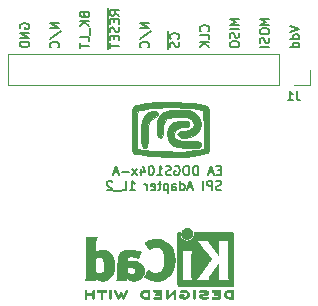
<source format=gbr>
G04 #@! TF.FileFunction,Legend,Bot*
%FSLAX46Y46*%
G04 Gerber Fmt 4.6, Leading zero omitted, Abs format (unit mm)*
G04 Created by KiCad (PCBNEW 4.0.7) date 01/27/18 18:52:57*
%MOMM*%
%LPD*%
G01*
G04 APERTURE LIST*
%ADD10C,0.076200*%
%ADD11C,0.127000*%
%ADD12C,0.010000*%
%ADD13C,0.100000*%
%ADD14C,0.120000*%
G04 APERTURE END LIST*
D10*
D11*
X156600071Y-107451071D02*
X156346071Y-107451071D01*
X156237214Y-107850214D02*
X156600071Y-107850214D01*
X156600071Y-107088214D01*
X156237214Y-107088214D01*
X155946928Y-107632500D02*
X155584071Y-107632500D01*
X156019500Y-107850214D02*
X155765500Y-107088214D01*
X155511500Y-107850214D01*
X154676928Y-107850214D02*
X154676928Y-107088214D01*
X154495500Y-107088214D01*
X154386643Y-107124500D01*
X154314071Y-107197071D01*
X154277786Y-107269643D01*
X154241500Y-107414786D01*
X154241500Y-107523643D01*
X154277786Y-107668786D01*
X154314071Y-107741357D01*
X154386643Y-107813929D01*
X154495500Y-107850214D01*
X154676928Y-107850214D01*
X153769786Y-107088214D02*
X153624643Y-107088214D01*
X153552071Y-107124500D01*
X153479500Y-107197071D01*
X153443214Y-107342214D01*
X153443214Y-107596214D01*
X153479500Y-107741357D01*
X153552071Y-107813929D01*
X153624643Y-107850214D01*
X153769786Y-107850214D01*
X153842357Y-107813929D01*
X153914928Y-107741357D01*
X153951214Y-107596214D01*
X153951214Y-107342214D01*
X153914928Y-107197071D01*
X153842357Y-107124500D01*
X153769786Y-107088214D01*
X152717500Y-107124500D02*
X152790071Y-107088214D01*
X152898928Y-107088214D01*
X153007785Y-107124500D01*
X153080357Y-107197071D01*
X153116642Y-107269643D01*
X153152928Y-107414786D01*
X153152928Y-107523643D01*
X153116642Y-107668786D01*
X153080357Y-107741357D01*
X153007785Y-107813929D01*
X152898928Y-107850214D01*
X152826357Y-107850214D01*
X152717500Y-107813929D01*
X152681214Y-107777643D01*
X152681214Y-107523643D01*
X152826357Y-107523643D01*
X152390928Y-107813929D02*
X152282071Y-107850214D01*
X152100642Y-107850214D01*
X152028071Y-107813929D01*
X151991785Y-107777643D01*
X151955500Y-107705071D01*
X151955500Y-107632500D01*
X151991785Y-107559929D01*
X152028071Y-107523643D01*
X152100642Y-107487357D01*
X152245785Y-107451071D01*
X152318357Y-107414786D01*
X152354642Y-107378500D01*
X152390928Y-107305929D01*
X152390928Y-107233357D01*
X152354642Y-107160786D01*
X152318357Y-107124500D01*
X152245785Y-107088214D01*
X152064357Y-107088214D01*
X151955500Y-107124500D01*
X151229786Y-107850214D02*
X151665214Y-107850214D01*
X151447500Y-107850214D02*
X151447500Y-107088214D01*
X151520071Y-107197071D01*
X151592643Y-107269643D01*
X151665214Y-107305929D01*
X150758072Y-107088214D02*
X150685500Y-107088214D01*
X150612929Y-107124500D01*
X150576643Y-107160786D01*
X150540357Y-107233357D01*
X150504072Y-107378500D01*
X150504072Y-107559929D01*
X150540357Y-107705071D01*
X150576643Y-107777643D01*
X150612929Y-107813929D01*
X150685500Y-107850214D01*
X150758072Y-107850214D01*
X150830643Y-107813929D01*
X150866929Y-107777643D01*
X150903214Y-107705071D01*
X150939500Y-107559929D01*
X150939500Y-107378500D01*
X150903214Y-107233357D01*
X150866929Y-107160786D01*
X150830643Y-107124500D01*
X150758072Y-107088214D01*
X149850929Y-107342214D02*
X149850929Y-107850214D01*
X150032358Y-107051929D02*
X150213786Y-107596214D01*
X149742072Y-107596214D01*
X149524358Y-107850214D02*
X149125215Y-107342214D01*
X149524358Y-107342214D02*
X149125215Y-107850214D01*
X148834929Y-107559929D02*
X148254358Y-107559929D01*
X147927786Y-107632500D02*
X147564929Y-107632500D01*
X148000358Y-107850214D02*
X147746358Y-107088214D01*
X147492358Y-107850214D01*
X156636357Y-109083929D02*
X156527500Y-109120214D01*
X156346071Y-109120214D01*
X156273500Y-109083929D01*
X156237214Y-109047643D01*
X156200929Y-108975071D01*
X156200929Y-108902500D01*
X156237214Y-108829929D01*
X156273500Y-108793643D01*
X156346071Y-108757357D01*
X156491214Y-108721071D01*
X156563786Y-108684786D01*
X156600071Y-108648500D01*
X156636357Y-108575929D01*
X156636357Y-108503357D01*
X156600071Y-108430786D01*
X156563786Y-108394500D01*
X156491214Y-108358214D01*
X156309786Y-108358214D01*
X156200929Y-108394500D01*
X155874357Y-109120214D02*
X155874357Y-108358214D01*
X155584072Y-108358214D01*
X155511500Y-108394500D01*
X155475215Y-108430786D01*
X155438929Y-108503357D01*
X155438929Y-108612214D01*
X155475215Y-108684786D01*
X155511500Y-108721071D01*
X155584072Y-108757357D01*
X155874357Y-108757357D01*
X155112357Y-109120214D02*
X155112357Y-108358214D01*
X154205215Y-108902500D02*
X153842358Y-108902500D01*
X154277787Y-109120214D02*
X154023787Y-108358214D01*
X153769787Y-109120214D01*
X153189215Y-109120214D02*
X153189215Y-108358214D01*
X153189215Y-109083929D02*
X153261786Y-109120214D01*
X153406929Y-109120214D01*
X153479501Y-109083929D01*
X153515786Y-109047643D01*
X153552072Y-108975071D01*
X153552072Y-108757357D01*
X153515786Y-108684786D01*
X153479501Y-108648500D01*
X153406929Y-108612214D01*
X153261786Y-108612214D01*
X153189215Y-108648500D01*
X152499786Y-109120214D02*
X152499786Y-108721071D01*
X152536072Y-108648500D01*
X152608643Y-108612214D01*
X152753786Y-108612214D01*
X152826357Y-108648500D01*
X152499786Y-109083929D02*
X152572357Y-109120214D01*
X152753786Y-109120214D01*
X152826357Y-109083929D01*
X152862643Y-109011357D01*
X152862643Y-108938786D01*
X152826357Y-108866214D01*
X152753786Y-108829929D01*
X152572357Y-108829929D01*
X152499786Y-108793643D01*
X152136928Y-108612214D02*
X152136928Y-109374214D01*
X152136928Y-108648500D02*
X152064357Y-108612214D01*
X151919214Y-108612214D01*
X151846643Y-108648500D01*
X151810357Y-108684786D01*
X151774071Y-108757357D01*
X151774071Y-108975071D01*
X151810357Y-109047643D01*
X151846643Y-109083929D01*
X151919214Y-109120214D01*
X152064357Y-109120214D01*
X152136928Y-109083929D01*
X151556357Y-108612214D02*
X151266071Y-108612214D01*
X151447499Y-108358214D02*
X151447499Y-109011357D01*
X151411214Y-109083929D01*
X151338642Y-109120214D01*
X151266071Y-109120214D01*
X150721785Y-109083929D02*
X150794356Y-109120214D01*
X150939499Y-109120214D01*
X151012070Y-109083929D01*
X151048356Y-109011357D01*
X151048356Y-108721071D01*
X151012070Y-108648500D01*
X150939499Y-108612214D01*
X150794356Y-108612214D01*
X150721785Y-108648500D01*
X150685499Y-108721071D01*
X150685499Y-108793643D01*
X151048356Y-108866214D01*
X150358927Y-109120214D02*
X150358927Y-108612214D01*
X150358927Y-108757357D02*
X150322642Y-108684786D01*
X150286356Y-108648500D01*
X150213785Y-108612214D01*
X150141213Y-108612214D01*
X148907500Y-109120214D02*
X149342928Y-109120214D01*
X149125214Y-109120214D02*
X149125214Y-108358214D01*
X149197785Y-108467071D01*
X149270357Y-108539643D01*
X149342928Y-108575929D01*
X148218071Y-109120214D02*
X148580928Y-109120214D01*
X148580928Y-108358214D01*
X148145500Y-109192786D02*
X147564929Y-109192786D01*
X147419786Y-108430786D02*
X147383500Y-108394500D01*
X147310929Y-108358214D01*
X147129500Y-108358214D01*
X147056929Y-108394500D01*
X147020643Y-108430786D01*
X146984358Y-108503357D01*
X146984358Y-108575929D01*
X147020643Y-108684786D01*
X147456072Y-109120214D01*
X146984358Y-109120214D01*
X139649200Y-95438685D02*
X139612914Y-95366114D01*
X139612914Y-95257257D01*
X139649200Y-95148400D01*
X139721771Y-95075828D01*
X139794343Y-95039543D01*
X139939486Y-95003257D01*
X140048343Y-95003257D01*
X140193486Y-95039543D01*
X140266057Y-95075828D01*
X140338629Y-95148400D01*
X140374914Y-95257257D01*
X140374914Y-95329828D01*
X140338629Y-95438685D01*
X140302343Y-95474971D01*
X140048343Y-95474971D01*
X140048343Y-95329828D01*
X140374914Y-95801543D02*
X139612914Y-95801543D01*
X140374914Y-96236971D01*
X139612914Y-96236971D01*
X140374914Y-96599829D02*
X139612914Y-96599829D01*
X139612914Y-96781257D01*
X139649200Y-96890114D01*
X139721771Y-96962686D01*
X139794343Y-96998971D01*
X139939486Y-97035257D01*
X140048343Y-97035257D01*
X140193486Y-96998971D01*
X140266057Y-96962686D01*
X140338629Y-96890114D01*
X140374914Y-96781257D01*
X140374914Y-96599829D01*
X142914914Y-95003257D02*
X142152914Y-95003257D01*
X142914914Y-95438685D01*
X142152914Y-95438685D01*
X142116629Y-96345828D02*
X143096343Y-95692685D01*
X142842343Y-97035257D02*
X142878629Y-96998971D01*
X142914914Y-96890114D01*
X142914914Y-96817543D01*
X142878629Y-96708686D01*
X142806057Y-96636114D01*
X142733486Y-96599829D01*
X142588343Y-96563543D01*
X142479486Y-96563543D01*
X142334343Y-96599829D01*
X142261771Y-96636114D01*
X142189200Y-96708686D01*
X142152914Y-96817543D01*
X142152914Y-96890114D01*
X142189200Y-96998971D01*
X142225486Y-97035257D01*
X145055771Y-94313830D02*
X145092057Y-94422687D01*
X145128343Y-94458972D01*
X145200914Y-94495258D01*
X145309771Y-94495258D01*
X145382343Y-94458972D01*
X145418629Y-94422687D01*
X145454914Y-94350115D01*
X145454914Y-94059830D01*
X144692914Y-94059830D01*
X144692914Y-94313830D01*
X144729200Y-94386401D01*
X144765486Y-94422687D01*
X144838057Y-94458972D01*
X144910629Y-94458972D01*
X144983200Y-94422687D01*
X145019486Y-94386401D01*
X145055771Y-94313830D01*
X145055771Y-94059830D01*
X145454914Y-94821830D02*
X144692914Y-94821830D01*
X145454914Y-95257258D02*
X145019486Y-94930687D01*
X144692914Y-95257258D02*
X145128343Y-94821830D01*
X145527486Y-95402401D02*
X145527486Y-95982972D01*
X145454914Y-96527258D02*
X145454914Y-96164401D01*
X144692914Y-96164401D01*
X144692914Y-96672400D02*
X144692914Y-97107829D01*
X145454914Y-96890115D02*
X144692914Y-96890115D01*
X147994914Y-94350114D02*
X147632057Y-94096114D01*
X147994914Y-93914686D02*
X147232914Y-93914686D01*
X147232914Y-94204971D01*
X147269200Y-94277543D01*
X147305486Y-94313828D01*
X147378057Y-94350114D01*
X147486914Y-94350114D01*
X147559486Y-94313828D01*
X147595771Y-94277543D01*
X147632057Y-94204971D01*
X147632057Y-93914686D01*
X147595771Y-94676686D02*
X147595771Y-94930686D01*
X147994914Y-95039543D02*
X147994914Y-94676686D01*
X147232914Y-94676686D01*
X147232914Y-95039543D01*
X147958629Y-95329829D02*
X147994914Y-95438686D01*
X147994914Y-95620115D01*
X147958629Y-95692686D01*
X147922343Y-95728972D01*
X147849771Y-95765257D01*
X147777200Y-95765257D01*
X147704629Y-95728972D01*
X147668343Y-95692686D01*
X147632057Y-95620115D01*
X147595771Y-95474972D01*
X147559486Y-95402400D01*
X147523200Y-95366115D01*
X147450629Y-95329829D01*
X147378057Y-95329829D01*
X147305486Y-95366115D01*
X147269200Y-95402400D01*
X147232914Y-95474972D01*
X147232914Y-95656400D01*
X147269200Y-95765257D01*
X147595771Y-96091829D02*
X147595771Y-96345829D01*
X147994914Y-96454686D02*
X147994914Y-96091829D01*
X147232914Y-96091829D01*
X147232914Y-96454686D01*
X147232914Y-96672400D02*
X147232914Y-97107829D01*
X147994914Y-96890115D02*
X147232914Y-96890115D01*
X147101560Y-93733257D02*
X147101560Y-97180400D01*
X150534914Y-95003257D02*
X149772914Y-95003257D01*
X150534914Y-95438685D01*
X149772914Y-95438685D01*
X149736629Y-96345828D02*
X150716343Y-95692685D01*
X150462343Y-97035257D02*
X150498629Y-96998971D01*
X150534914Y-96890114D01*
X150534914Y-96817543D01*
X150498629Y-96708686D01*
X150426057Y-96636114D01*
X150353486Y-96599829D01*
X150208343Y-96563543D01*
X150099486Y-96563543D01*
X149954343Y-96599829D01*
X149881771Y-96636114D01*
X149809200Y-96708686D01*
X149772914Y-96817543D01*
X149772914Y-96890114D01*
X149809200Y-96998971D01*
X149845486Y-97035257D01*
X153002343Y-96309543D02*
X153038629Y-96273257D01*
X153074914Y-96164400D01*
X153074914Y-96091829D01*
X153038629Y-95982972D01*
X152966057Y-95910400D01*
X152893486Y-95874115D01*
X152748343Y-95837829D01*
X152639486Y-95837829D01*
X152494343Y-95874115D01*
X152421771Y-95910400D01*
X152349200Y-95982972D01*
X152312914Y-96091829D01*
X152312914Y-96164400D01*
X152349200Y-96273257D01*
X152385486Y-96309543D01*
X153038629Y-96599829D02*
X153074914Y-96708686D01*
X153074914Y-96890115D01*
X153038629Y-96962686D01*
X153002343Y-96998972D01*
X152929771Y-97035257D01*
X152857200Y-97035257D01*
X152784629Y-96998972D01*
X152748343Y-96962686D01*
X152712057Y-96890115D01*
X152675771Y-96744972D01*
X152639486Y-96672400D01*
X152603200Y-96636115D01*
X152530629Y-96599829D01*
X152458057Y-96599829D01*
X152385486Y-96636115D01*
X152349200Y-96672400D01*
X152312914Y-96744972D01*
X152312914Y-96926400D01*
X152349200Y-97035257D01*
X152181560Y-95692686D02*
X152181560Y-97180400D01*
X155542343Y-95656400D02*
X155578629Y-95620114D01*
X155614914Y-95511257D01*
X155614914Y-95438686D01*
X155578629Y-95329829D01*
X155506057Y-95257257D01*
X155433486Y-95220972D01*
X155288343Y-95184686D01*
X155179486Y-95184686D01*
X155034343Y-95220972D01*
X154961771Y-95257257D01*
X154889200Y-95329829D01*
X154852914Y-95438686D01*
X154852914Y-95511257D01*
X154889200Y-95620114D01*
X154925486Y-95656400D01*
X155614914Y-96345829D02*
X155614914Y-95982972D01*
X154852914Y-95982972D01*
X155614914Y-96599829D02*
X154852914Y-96599829D01*
X155614914Y-97035257D02*
X155179486Y-96708686D01*
X154852914Y-97035257D02*
X155288343Y-96599829D01*
X158154914Y-94604115D02*
X157392914Y-94604115D01*
X157937200Y-94858115D01*
X157392914Y-95112115D01*
X158154914Y-95112115D01*
X158154914Y-95474972D02*
X157392914Y-95474972D01*
X158118629Y-95801543D02*
X158154914Y-95910400D01*
X158154914Y-96091829D01*
X158118629Y-96164400D01*
X158082343Y-96200686D01*
X158009771Y-96236971D01*
X157937200Y-96236971D01*
X157864629Y-96200686D01*
X157828343Y-96164400D01*
X157792057Y-96091829D01*
X157755771Y-95946686D01*
X157719486Y-95874114D01*
X157683200Y-95837829D01*
X157610629Y-95801543D01*
X157538057Y-95801543D01*
X157465486Y-95837829D01*
X157429200Y-95874114D01*
X157392914Y-95946686D01*
X157392914Y-96128114D01*
X157429200Y-96236971D01*
X157392914Y-96708685D02*
X157392914Y-96853828D01*
X157429200Y-96926400D01*
X157501771Y-96998971D01*
X157646914Y-97035257D01*
X157900914Y-97035257D01*
X158046057Y-96998971D01*
X158118629Y-96926400D01*
X158154914Y-96853828D01*
X158154914Y-96708685D01*
X158118629Y-96636114D01*
X158046057Y-96563543D01*
X157900914Y-96527257D01*
X157646914Y-96527257D01*
X157501771Y-96563543D01*
X157429200Y-96636114D01*
X157392914Y-96708685D01*
X160694914Y-94604115D02*
X159932914Y-94604115D01*
X160477200Y-94858115D01*
X159932914Y-95112115D01*
X160694914Y-95112115D01*
X159932914Y-95620114D02*
X159932914Y-95765257D01*
X159969200Y-95837829D01*
X160041771Y-95910400D01*
X160186914Y-95946686D01*
X160440914Y-95946686D01*
X160586057Y-95910400D01*
X160658629Y-95837829D01*
X160694914Y-95765257D01*
X160694914Y-95620114D01*
X160658629Y-95547543D01*
X160586057Y-95474972D01*
X160440914Y-95438686D01*
X160186914Y-95438686D01*
X160041771Y-95474972D01*
X159969200Y-95547543D01*
X159932914Y-95620114D01*
X160658629Y-96236972D02*
X160694914Y-96345829D01*
X160694914Y-96527258D01*
X160658629Y-96599829D01*
X160622343Y-96636115D01*
X160549771Y-96672400D01*
X160477200Y-96672400D01*
X160404629Y-96636115D01*
X160368343Y-96599829D01*
X160332057Y-96527258D01*
X160295771Y-96382115D01*
X160259486Y-96309543D01*
X160223200Y-96273258D01*
X160150629Y-96236972D01*
X160078057Y-96236972D01*
X160005486Y-96273258D01*
X159969200Y-96309543D01*
X159932914Y-96382115D01*
X159932914Y-96563543D01*
X159969200Y-96672400D01*
X160694914Y-96998972D02*
X159932914Y-96998972D01*
X162472914Y-95220970D02*
X163234914Y-95474970D01*
X162472914Y-95728970D01*
X163234914Y-96309542D02*
X162472914Y-96309542D01*
X163198629Y-96309542D02*
X163234914Y-96236971D01*
X163234914Y-96091828D01*
X163198629Y-96019256D01*
X163162343Y-95982971D01*
X163089771Y-95946685D01*
X162872057Y-95946685D01*
X162799486Y-95982971D01*
X162763200Y-96019256D01*
X162726914Y-96091828D01*
X162726914Y-96236971D01*
X162763200Y-96309542D01*
X163234914Y-96998971D02*
X162472914Y-96998971D01*
X163198629Y-96998971D02*
X163234914Y-96926400D01*
X163234914Y-96781257D01*
X163198629Y-96708685D01*
X163162343Y-96672400D01*
X163089771Y-96636114D01*
X162872057Y-96636114D01*
X162799486Y-96672400D01*
X162763200Y-96708685D01*
X162726914Y-96781257D01*
X162726914Y-96926400D01*
X162763200Y-96998971D01*
D12*
G36*
X157505371Y-117585066D02*
X157465889Y-117585467D01*
X157350200Y-117588259D01*
X157253311Y-117596550D01*
X157171919Y-117611232D01*
X157102723Y-117633193D01*
X157042420Y-117663322D01*
X156987708Y-117702510D01*
X156968167Y-117719532D01*
X156935750Y-117759363D01*
X156906520Y-117813413D01*
X156883991Y-117873323D01*
X156871679Y-117930739D01*
X156870400Y-117951956D01*
X156878417Y-118010769D01*
X156899899Y-118075013D01*
X156930999Y-118135821D01*
X156967866Y-118184330D01*
X156973854Y-118190182D01*
X157024579Y-118231321D01*
X157080125Y-118263435D01*
X157143696Y-118287365D01*
X157218494Y-118303953D01*
X157307722Y-118314041D01*
X157414582Y-118318469D01*
X157463528Y-118318845D01*
X157525762Y-118318545D01*
X157569528Y-118317292D01*
X157598931Y-118314554D01*
X157618079Y-118309801D01*
X157631077Y-118302501D01*
X157638045Y-118296267D01*
X157644626Y-118288694D01*
X157649788Y-118278924D01*
X157653703Y-118264340D01*
X157656543Y-118242326D01*
X157658480Y-118210264D01*
X157659684Y-118165536D01*
X157660328Y-118105526D01*
X157660583Y-118027617D01*
X157660622Y-117951956D01*
X157660870Y-117851041D01*
X157660817Y-117770427D01*
X157659857Y-117731822D01*
X157513867Y-117731822D01*
X157513867Y-118172089D01*
X157420734Y-118172004D01*
X157364693Y-118170396D01*
X157305999Y-118166256D01*
X157257028Y-118160464D01*
X157255538Y-118160226D01*
X157176392Y-118141090D01*
X157115002Y-118111287D01*
X157068305Y-118068878D01*
X157038635Y-118022961D01*
X157020353Y-117972026D01*
X157021771Y-117924200D01*
X157042988Y-117872933D01*
X157084489Y-117819899D01*
X157141998Y-117780600D01*
X157216750Y-117754331D01*
X157266708Y-117745035D01*
X157323416Y-117738507D01*
X157383519Y-117733782D01*
X157434639Y-117731817D01*
X157437667Y-117731808D01*
X157513867Y-117731822D01*
X157659857Y-117731822D01*
X157659260Y-117707851D01*
X157654998Y-117661055D01*
X157646830Y-117627778D01*
X157633556Y-117605759D01*
X157613974Y-117592739D01*
X157586883Y-117586457D01*
X157551082Y-117584653D01*
X157505371Y-117585066D01*
X157505371Y-117585066D01*
G37*
X157505371Y-117585066D02*
X157465889Y-117585467D01*
X157350200Y-117588259D01*
X157253311Y-117596550D01*
X157171919Y-117611232D01*
X157102723Y-117633193D01*
X157042420Y-117663322D01*
X156987708Y-117702510D01*
X156968167Y-117719532D01*
X156935750Y-117759363D01*
X156906520Y-117813413D01*
X156883991Y-117873323D01*
X156871679Y-117930739D01*
X156870400Y-117951956D01*
X156878417Y-118010769D01*
X156899899Y-118075013D01*
X156930999Y-118135821D01*
X156967866Y-118184330D01*
X156973854Y-118190182D01*
X157024579Y-118231321D01*
X157080125Y-118263435D01*
X157143696Y-118287365D01*
X157218494Y-118303953D01*
X157307722Y-118314041D01*
X157414582Y-118318469D01*
X157463528Y-118318845D01*
X157525762Y-118318545D01*
X157569528Y-118317292D01*
X157598931Y-118314554D01*
X157618079Y-118309801D01*
X157631077Y-118302501D01*
X157638045Y-118296267D01*
X157644626Y-118288694D01*
X157649788Y-118278924D01*
X157653703Y-118264340D01*
X157656543Y-118242326D01*
X157658480Y-118210264D01*
X157659684Y-118165536D01*
X157660328Y-118105526D01*
X157660583Y-118027617D01*
X157660622Y-117951956D01*
X157660870Y-117851041D01*
X157660817Y-117770427D01*
X157659857Y-117731822D01*
X157513867Y-117731822D01*
X157513867Y-118172089D01*
X157420734Y-118172004D01*
X157364693Y-118170396D01*
X157305999Y-118166256D01*
X157257028Y-118160464D01*
X157255538Y-118160226D01*
X157176392Y-118141090D01*
X157115002Y-118111287D01*
X157068305Y-118068878D01*
X157038635Y-118022961D01*
X157020353Y-117972026D01*
X157021771Y-117924200D01*
X157042988Y-117872933D01*
X157084489Y-117819899D01*
X157141998Y-117780600D01*
X157216750Y-117754331D01*
X157266708Y-117745035D01*
X157323416Y-117738507D01*
X157383519Y-117733782D01*
X157434639Y-117731817D01*
X157437667Y-117731808D01*
X157513867Y-117731822D01*
X157659857Y-117731822D01*
X157659260Y-117707851D01*
X157654998Y-117661055D01*
X157646830Y-117627778D01*
X157633556Y-117605759D01*
X157613974Y-117592739D01*
X157586883Y-117586457D01*
X157551082Y-117584653D01*
X157505371Y-117585066D01*
G36*
X156096794Y-117585146D02*
X156027386Y-117585518D01*
X155974997Y-117586385D01*
X155936847Y-117587946D01*
X155910159Y-117590403D01*
X155892153Y-117593957D01*
X155880049Y-117598810D01*
X155871069Y-117605161D01*
X155867818Y-117608084D01*
X155848043Y-117639142D01*
X155844482Y-117674828D01*
X155857491Y-117706510D01*
X155863506Y-117712913D01*
X155873235Y-117719121D01*
X155888901Y-117723910D01*
X155913408Y-117727514D01*
X155949661Y-117730164D01*
X156000565Y-117732095D01*
X156069026Y-117733539D01*
X156131617Y-117734418D01*
X156379334Y-117737467D01*
X156382719Y-117802378D01*
X156386105Y-117867289D01*
X156217958Y-117867289D01*
X156144959Y-117867919D01*
X156091517Y-117870553D01*
X156054628Y-117876309D01*
X156031288Y-117886304D01*
X156018494Y-117901656D01*
X156013242Y-117923482D01*
X156012445Y-117943738D01*
X156014923Y-117968592D01*
X156024277Y-117986906D01*
X156043383Y-117999637D01*
X156075118Y-118007741D01*
X156122359Y-118012176D01*
X156187983Y-118013899D01*
X156223801Y-118014045D01*
X156384978Y-118014045D01*
X156384978Y-118172089D01*
X156136622Y-118172089D01*
X156055213Y-118172202D01*
X155993342Y-118172712D01*
X155947968Y-118173870D01*
X155916054Y-118175930D01*
X155894559Y-118179146D01*
X155880443Y-118183772D01*
X155870668Y-118190059D01*
X155865689Y-118194667D01*
X155848610Y-118221560D01*
X155843111Y-118245467D01*
X155850963Y-118274667D01*
X155865689Y-118296267D01*
X155873546Y-118303066D01*
X155883688Y-118308346D01*
X155898844Y-118312298D01*
X155921741Y-118315113D01*
X155955109Y-118316982D01*
X156001675Y-118318098D01*
X156064167Y-118318651D01*
X156145314Y-118318833D01*
X156187422Y-118318845D01*
X156277598Y-118318765D01*
X156347924Y-118318398D01*
X156401129Y-118317552D01*
X156439940Y-118316036D01*
X156467087Y-118313659D01*
X156485298Y-118310229D01*
X156497300Y-118305554D01*
X156505822Y-118299444D01*
X156509156Y-118296267D01*
X156515755Y-118288670D01*
X156520927Y-118278870D01*
X156524846Y-118264239D01*
X156527684Y-118242152D01*
X156529615Y-118209982D01*
X156530812Y-118165103D01*
X156531448Y-118104889D01*
X156531697Y-118026713D01*
X156531734Y-117953923D01*
X156531700Y-117860707D01*
X156531465Y-117787431D01*
X156530830Y-117731458D01*
X156529594Y-117690151D01*
X156527556Y-117660872D01*
X156524517Y-117640984D01*
X156520277Y-117627850D01*
X156514635Y-117618832D01*
X156507391Y-117611293D01*
X156505606Y-117609612D01*
X156496945Y-117602172D01*
X156486882Y-117596409D01*
X156472625Y-117592112D01*
X156451383Y-117589064D01*
X156420364Y-117587051D01*
X156376777Y-117585860D01*
X156317831Y-117585275D01*
X156240734Y-117585083D01*
X156186001Y-117585067D01*
X156096794Y-117585146D01*
X156096794Y-117585146D01*
G37*
X156096794Y-117585146D02*
X156027386Y-117585518D01*
X155974997Y-117586385D01*
X155936847Y-117587946D01*
X155910159Y-117590403D01*
X155892153Y-117593957D01*
X155880049Y-117598810D01*
X155871069Y-117605161D01*
X155867818Y-117608084D01*
X155848043Y-117639142D01*
X155844482Y-117674828D01*
X155857491Y-117706510D01*
X155863506Y-117712913D01*
X155873235Y-117719121D01*
X155888901Y-117723910D01*
X155913408Y-117727514D01*
X155949661Y-117730164D01*
X156000565Y-117732095D01*
X156069026Y-117733539D01*
X156131617Y-117734418D01*
X156379334Y-117737467D01*
X156382719Y-117802378D01*
X156386105Y-117867289D01*
X156217958Y-117867289D01*
X156144959Y-117867919D01*
X156091517Y-117870553D01*
X156054628Y-117876309D01*
X156031288Y-117886304D01*
X156018494Y-117901656D01*
X156013242Y-117923482D01*
X156012445Y-117943738D01*
X156014923Y-117968592D01*
X156024277Y-117986906D01*
X156043383Y-117999637D01*
X156075118Y-118007741D01*
X156122359Y-118012176D01*
X156187983Y-118013899D01*
X156223801Y-118014045D01*
X156384978Y-118014045D01*
X156384978Y-118172089D01*
X156136622Y-118172089D01*
X156055213Y-118172202D01*
X155993342Y-118172712D01*
X155947968Y-118173870D01*
X155916054Y-118175930D01*
X155894559Y-118179146D01*
X155880443Y-118183772D01*
X155870668Y-118190059D01*
X155865689Y-118194667D01*
X155848610Y-118221560D01*
X155843111Y-118245467D01*
X155850963Y-118274667D01*
X155865689Y-118296267D01*
X155873546Y-118303066D01*
X155883688Y-118308346D01*
X155898844Y-118312298D01*
X155921741Y-118315113D01*
X155955109Y-118316982D01*
X156001675Y-118318098D01*
X156064167Y-118318651D01*
X156145314Y-118318833D01*
X156187422Y-118318845D01*
X156277598Y-118318765D01*
X156347924Y-118318398D01*
X156401129Y-118317552D01*
X156439940Y-118316036D01*
X156467087Y-118313659D01*
X156485298Y-118310229D01*
X156497300Y-118305554D01*
X156505822Y-118299444D01*
X156509156Y-118296267D01*
X156515755Y-118288670D01*
X156520927Y-118278870D01*
X156524846Y-118264239D01*
X156527684Y-118242152D01*
X156529615Y-118209982D01*
X156530812Y-118165103D01*
X156531448Y-118104889D01*
X156531697Y-118026713D01*
X156531734Y-117953923D01*
X156531700Y-117860707D01*
X156531465Y-117787431D01*
X156530830Y-117731458D01*
X156529594Y-117690151D01*
X156527556Y-117660872D01*
X156524517Y-117640984D01*
X156520277Y-117627850D01*
X156514635Y-117618832D01*
X156507391Y-117611293D01*
X156505606Y-117609612D01*
X156496945Y-117602172D01*
X156486882Y-117596409D01*
X156472625Y-117592112D01*
X156451383Y-117589064D01*
X156420364Y-117587051D01*
X156376777Y-117585860D01*
X156317831Y-117585275D01*
X156240734Y-117585083D01*
X156186001Y-117585067D01*
X156096794Y-117585146D01*
G36*
X155075703Y-117586351D02*
X155000888Y-117591581D01*
X154931306Y-117599750D01*
X154871002Y-117610550D01*
X154824020Y-117623673D01*
X154794406Y-117638813D01*
X154789860Y-117643269D01*
X154774054Y-117677850D01*
X154778847Y-117713351D01*
X154803364Y-117743725D01*
X154804534Y-117744596D01*
X154818954Y-117753954D01*
X154834008Y-117758876D01*
X154855005Y-117759473D01*
X154887257Y-117755861D01*
X154936073Y-117748154D01*
X154940000Y-117747505D01*
X155012739Y-117738569D01*
X155091217Y-117734161D01*
X155169927Y-117734119D01*
X155243361Y-117738279D01*
X155306011Y-117746479D01*
X155352370Y-117758557D01*
X155355416Y-117759771D01*
X155389048Y-117778615D01*
X155400864Y-117797685D01*
X155391614Y-117816439D01*
X155362047Y-117834337D01*
X155312911Y-117850837D01*
X155244957Y-117865396D01*
X155199645Y-117872406D01*
X155105456Y-117885889D01*
X155030544Y-117898214D01*
X154971717Y-117910449D01*
X154925785Y-117923661D01*
X154889555Y-117938917D01*
X154859838Y-117957285D01*
X154833442Y-117979831D01*
X154812230Y-118001971D01*
X154787065Y-118032819D01*
X154774681Y-118059345D01*
X154770808Y-118092026D01*
X154770667Y-118103995D01*
X154773576Y-118143712D01*
X154785202Y-118173259D01*
X154805323Y-118199486D01*
X154846216Y-118239576D01*
X154891817Y-118270149D01*
X154945513Y-118292203D01*
X155010692Y-118306735D01*
X155090744Y-118314741D01*
X155189057Y-118317218D01*
X155205289Y-118317177D01*
X155270849Y-118315818D01*
X155335866Y-118312730D01*
X155393252Y-118308356D01*
X155435922Y-118303140D01*
X155439372Y-118302541D01*
X155481796Y-118292491D01*
X155517780Y-118279796D01*
X155538150Y-118268190D01*
X155557107Y-118237572D01*
X155558427Y-118201918D01*
X155542085Y-118170144D01*
X155538429Y-118166551D01*
X155523315Y-118155876D01*
X155504415Y-118151276D01*
X155475162Y-118152059D01*
X155439651Y-118156127D01*
X155399970Y-118159762D01*
X155344345Y-118162828D01*
X155279406Y-118165053D01*
X155211785Y-118166164D01*
X155194000Y-118166237D01*
X155126128Y-118165964D01*
X155076454Y-118164646D01*
X155040610Y-118161827D01*
X155014224Y-118157050D01*
X154992926Y-118149857D01*
X154980126Y-118143867D01*
X154952000Y-118127233D01*
X154934068Y-118112168D01*
X154931447Y-118107897D01*
X154936976Y-118090263D01*
X154963260Y-118073192D01*
X155008478Y-118057458D01*
X155070808Y-118043838D01*
X155089171Y-118040804D01*
X155185090Y-118025738D01*
X155261641Y-118013146D01*
X155321780Y-118002111D01*
X155368460Y-117991720D01*
X155404637Y-117981056D01*
X155433265Y-117969205D01*
X155457298Y-117955251D01*
X155479692Y-117938281D01*
X155503402Y-117917378D01*
X155511380Y-117910049D01*
X155539353Y-117882699D01*
X155554160Y-117861029D01*
X155559952Y-117836232D01*
X155560889Y-117804983D01*
X155550575Y-117743705D01*
X155519752Y-117691640D01*
X155468595Y-117648958D01*
X155397283Y-117615825D01*
X155346400Y-117600964D01*
X155291100Y-117591366D01*
X155224853Y-117585936D01*
X155151706Y-117584367D01*
X155075703Y-117586351D01*
X155075703Y-117586351D01*
G37*
X155075703Y-117586351D02*
X155000888Y-117591581D01*
X154931306Y-117599750D01*
X154871002Y-117610550D01*
X154824020Y-117623673D01*
X154794406Y-117638813D01*
X154789860Y-117643269D01*
X154774054Y-117677850D01*
X154778847Y-117713351D01*
X154803364Y-117743725D01*
X154804534Y-117744596D01*
X154818954Y-117753954D01*
X154834008Y-117758876D01*
X154855005Y-117759473D01*
X154887257Y-117755861D01*
X154936073Y-117748154D01*
X154940000Y-117747505D01*
X155012739Y-117738569D01*
X155091217Y-117734161D01*
X155169927Y-117734119D01*
X155243361Y-117738279D01*
X155306011Y-117746479D01*
X155352370Y-117758557D01*
X155355416Y-117759771D01*
X155389048Y-117778615D01*
X155400864Y-117797685D01*
X155391614Y-117816439D01*
X155362047Y-117834337D01*
X155312911Y-117850837D01*
X155244957Y-117865396D01*
X155199645Y-117872406D01*
X155105456Y-117885889D01*
X155030544Y-117898214D01*
X154971717Y-117910449D01*
X154925785Y-117923661D01*
X154889555Y-117938917D01*
X154859838Y-117957285D01*
X154833442Y-117979831D01*
X154812230Y-118001971D01*
X154787065Y-118032819D01*
X154774681Y-118059345D01*
X154770808Y-118092026D01*
X154770667Y-118103995D01*
X154773576Y-118143712D01*
X154785202Y-118173259D01*
X154805323Y-118199486D01*
X154846216Y-118239576D01*
X154891817Y-118270149D01*
X154945513Y-118292203D01*
X155010692Y-118306735D01*
X155090744Y-118314741D01*
X155189057Y-118317218D01*
X155205289Y-118317177D01*
X155270849Y-118315818D01*
X155335866Y-118312730D01*
X155393252Y-118308356D01*
X155435922Y-118303140D01*
X155439372Y-118302541D01*
X155481796Y-118292491D01*
X155517780Y-118279796D01*
X155538150Y-118268190D01*
X155557107Y-118237572D01*
X155558427Y-118201918D01*
X155542085Y-118170144D01*
X155538429Y-118166551D01*
X155523315Y-118155876D01*
X155504415Y-118151276D01*
X155475162Y-118152059D01*
X155439651Y-118156127D01*
X155399970Y-118159762D01*
X155344345Y-118162828D01*
X155279406Y-118165053D01*
X155211785Y-118166164D01*
X155194000Y-118166237D01*
X155126128Y-118165964D01*
X155076454Y-118164646D01*
X155040610Y-118161827D01*
X155014224Y-118157050D01*
X154992926Y-118149857D01*
X154980126Y-118143867D01*
X154952000Y-118127233D01*
X154934068Y-118112168D01*
X154931447Y-118107897D01*
X154936976Y-118090263D01*
X154963260Y-118073192D01*
X155008478Y-118057458D01*
X155070808Y-118043838D01*
X155089171Y-118040804D01*
X155185090Y-118025738D01*
X155261641Y-118013146D01*
X155321780Y-118002111D01*
X155368460Y-117991720D01*
X155404637Y-117981056D01*
X155433265Y-117969205D01*
X155457298Y-117955251D01*
X155479692Y-117938281D01*
X155503402Y-117917378D01*
X155511380Y-117910049D01*
X155539353Y-117882699D01*
X155554160Y-117861029D01*
X155559952Y-117836232D01*
X155560889Y-117804983D01*
X155550575Y-117743705D01*
X155519752Y-117691640D01*
X155468595Y-117648958D01*
X155397283Y-117615825D01*
X155346400Y-117600964D01*
X155291100Y-117591366D01*
X155224853Y-117585936D01*
X155151706Y-117584367D01*
X155075703Y-117586351D01*
G36*
X154307822Y-117607645D02*
X154301242Y-117615218D01*
X154296079Y-117624987D01*
X154292164Y-117639571D01*
X154289324Y-117661585D01*
X154287387Y-117693648D01*
X154286183Y-117738375D01*
X154285539Y-117798385D01*
X154285284Y-117876294D01*
X154285245Y-117951956D01*
X154285314Y-118045802D01*
X154285638Y-118119689D01*
X154286386Y-118176232D01*
X154287732Y-118218049D01*
X154289846Y-118247757D01*
X154292900Y-118267973D01*
X154297066Y-118281314D01*
X154302516Y-118290398D01*
X154307822Y-118296267D01*
X154340826Y-118315947D01*
X154375991Y-118314181D01*
X154407455Y-118292717D01*
X154414684Y-118284337D01*
X154420334Y-118274614D01*
X154424599Y-118260861D01*
X154427673Y-118240389D01*
X154429752Y-118210512D01*
X154431030Y-118168541D01*
X154431701Y-118111789D01*
X154431959Y-118037567D01*
X154432000Y-117953537D01*
X154432000Y-117640485D01*
X154404291Y-117612776D01*
X154370137Y-117589463D01*
X154337006Y-117588623D01*
X154307822Y-117607645D01*
X154307822Y-117607645D01*
G37*
X154307822Y-117607645D02*
X154301242Y-117615218D01*
X154296079Y-117624987D01*
X154292164Y-117639571D01*
X154289324Y-117661585D01*
X154287387Y-117693648D01*
X154286183Y-117738375D01*
X154285539Y-117798385D01*
X154285284Y-117876294D01*
X154285245Y-117951956D01*
X154285314Y-118045802D01*
X154285638Y-118119689D01*
X154286386Y-118176232D01*
X154287732Y-118218049D01*
X154289846Y-118247757D01*
X154292900Y-118267973D01*
X154297066Y-118281314D01*
X154302516Y-118290398D01*
X154307822Y-118296267D01*
X154340826Y-118315947D01*
X154375991Y-118314181D01*
X154407455Y-118292717D01*
X154414684Y-118284337D01*
X154420334Y-118274614D01*
X154424599Y-118260861D01*
X154427673Y-118240389D01*
X154429752Y-118210512D01*
X154431030Y-118168541D01*
X154431701Y-118111789D01*
X154431959Y-118037567D01*
X154432000Y-117953537D01*
X154432000Y-117640485D01*
X154404291Y-117612776D01*
X154370137Y-117589463D01*
X154337006Y-117588623D01*
X154307822Y-117607645D01*
G36*
X153334081Y-117590599D02*
X153265565Y-117602095D01*
X153212943Y-117619967D01*
X153178708Y-117643499D01*
X153169379Y-117656924D01*
X153159893Y-117688148D01*
X153166277Y-117716395D01*
X153186430Y-117743182D01*
X153217745Y-117755713D01*
X153263183Y-117754696D01*
X153298326Y-117747906D01*
X153376419Y-117734971D01*
X153456226Y-117733742D01*
X153545555Y-117744241D01*
X153570229Y-117748690D01*
X153653291Y-117772108D01*
X153718273Y-117806945D01*
X153764461Y-117852604D01*
X153791145Y-117908494D01*
X153796663Y-117937388D01*
X153793051Y-117996012D01*
X153769729Y-118047879D01*
X153728824Y-118091978D01*
X153672459Y-118127299D01*
X153602760Y-118152829D01*
X153521852Y-118167559D01*
X153431860Y-118170478D01*
X153334910Y-118160575D01*
X153329436Y-118159641D01*
X153290875Y-118152459D01*
X153269494Y-118145521D01*
X153260227Y-118135227D01*
X153258006Y-118117976D01*
X153257956Y-118108841D01*
X153257956Y-118070489D01*
X153326431Y-118070489D01*
X153386900Y-118066347D01*
X153428165Y-118053147D01*
X153452175Y-118029730D01*
X153460877Y-117994936D01*
X153460983Y-117990394D01*
X153455892Y-117960654D01*
X153438433Y-117939419D01*
X153405939Y-117925366D01*
X153355743Y-117917173D01*
X153307123Y-117914161D01*
X153236456Y-117912433D01*
X153185198Y-117915070D01*
X153150239Y-117924800D01*
X153128470Y-117944353D01*
X153116780Y-117976456D01*
X153112060Y-118023838D01*
X153111200Y-118086071D01*
X153112609Y-118155535D01*
X153116848Y-118202786D01*
X153123936Y-118228012D01*
X153125311Y-118229988D01*
X153164228Y-118261508D01*
X153221286Y-118286470D01*
X153292869Y-118304340D01*
X153375358Y-118314586D01*
X153465139Y-118316673D01*
X153558592Y-118310068D01*
X153613556Y-118301956D01*
X153699766Y-118277554D01*
X153779892Y-118237662D01*
X153846977Y-118185887D01*
X153857173Y-118175539D01*
X153890302Y-118132035D01*
X153920194Y-118078118D01*
X153943357Y-118021592D01*
X153956298Y-117970259D01*
X153957858Y-117950544D01*
X153951218Y-117909419D01*
X153933568Y-117858252D01*
X153908297Y-117804394D01*
X153878789Y-117755195D01*
X153852719Y-117722334D01*
X153791765Y-117673452D01*
X153712969Y-117634545D01*
X153619157Y-117606494D01*
X153513150Y-117590179D01*
X153416000Y-117586192D01*
X153334081Y-117590599D01*
X153334081Y-117590599D01*
G37*
X153334081Y-117590599D02*
X153265565Y-117602095D01*
X153212943Y-117619967D01*
X153178708Y-117643499D01*
X153169379Y-117656924D01*
X153159893Y-117688148D01*
X153166277Y-117716395D01*
X153186430Y-117743182D01*
X153217745Y-117755713D01*
X153263183Y-117754696D01*
X153298326Y-117747906D01*
X153376419Y-117734971D01*
X153456226Y-117733742D01*
X153545555Y-117744241D01*
X153570229Y-117748690D01*
X153653291Y-117772108D01*
X153718273Y-117806945D01*
X153764461Y-117852604D01*
X153791145Y-117908494D01*
X153796663Y-117937388D01*
X153793051Y-117996012D01*
X153769729Y-118047879D01*
X153728824Y-118091978D01*
X153672459Y-118127299D01*
X153602760Y-118152829D01*
X153521852Y-118167559D01*
X153431860Y-118170478D01*
X153334910Y-118160575D01*
X153329436Y-118159641D01*
X153290875Y-118152459D01*
X153269494Y-118145521D01*
X153260227Y-118135227D01*
X153258006Y-118117976D01*
X153257956Y-118108841D01*
X153257956Y-118070489D01*
X153326431Y-118070489D01*
X153386900Y-118066347D01*
X153428165Y-118053147D01*
X153452175Y-118029730D01*
X153460877Y-117994936D01*
X153460983Y-117990394D01*
X153455892Y-117960654D01*
X153438433Y-117939419D01*
X153405939Y-117925366D01*
X153355743Y-117917173D01*
X153307123Y-117914161D01*
X153236456Y-117912433D01*
X153185198Y-117915070D01*
X153150239Y-117924800D01*
X153128470Y-117944353D01*
X153116780Y-117976456D01*
X153112060Y-118023838D01*
X153111200Y-118086071D01*
X153112609Y-118155535D01*
X153116848Y-118202786D01*
X153123936Y-118228012D01*
X153125311Y-118229988D01*
X153164228Y-118261508D01*
X153221286Y-118286470D01*
X153292869Y-118304340D01*
X153375358Y-118314586D01*
X153465139Y-118316673D01*
X153558592Y-118310068D01*
X153613556Y-118301956D01*
X153699766Y-118277554D01*
X153779892Y-118237662D01*
X153846977Y-118185887D01*
X153857173Y-118175539D01*
X153890302Y-118132035D01*
X153920194Y-118078118D01*
X153943357Y-118021592D01*
X153956298Y-117970259D01*
X153957858Y-117950544D01*
X153951218Y-117909419D01*
X153933568Y-117858252D01*
X153908297Y-117804394D01*
X153878789Y-117755195D01*
X153852719Y-117722334D01*
X153791765Y-117673452D01*
X153712969Y-117634545D01*
X153619157Y-117606494D01*
X153513150Y-117590179D01*
X153416000Y-117586192D01*
X153334081Y-117590599D01*
G36*
X152684114Y-117589448D02*
X152660548Y-117603273D01*
X152629735Y-117625881D01*
X152590078Y-117658338D01*
X152539980Y-117701708D01*
X152477843Y-117757058D01*
X152402072Y-117825451D01*
X152315334Y-117904084D01*
X152134711Y-118067878D01*
X152129067Y-117848029D01*
X152127029Y-117772351D01*
X152125063Y-117715994D01*
X152122734Y-117675706D01*
X152119606Y-117648235D01*
X152115245Y-117630329D01*
X152109216Y-117618737D01*
X152101084Y-117610208D01*
X152096772Y-117606623D01*
X152062241Y-117587670D01*
X152029383Y-117590441D01*
X152003318Y-117606633D01*
X151976667Y-117628199D01*
X151973352Y-117943151D01*
X151972435Y-118035779D01*
X151971968Y-118108544D01*
X151972113Y-118164161D01*
X151973032Y-118205342D01*
X151974887Y-118234803D01*
X151977839Y-118255255D01*
X151982050Y-118269413D01*
X151987682Y-118279991D01*
X151993927Y-118288474D01*
X152007439Y-118304207D01*
X152020883Y-118314636D01*
X152036124Y-118318639D01*
X152055026Y-118315094D01*
X152079455Y-118302879D01*
X152111273Y-118280871D01*
X152152348Y-118247949D01*
X152204542Y-118202991D01*
X152269722Y-118144875D01*
X152343556Y-118078099D01*
X152608845Y-117837458D01*
X152614489Y-118056589D01*
X152616531Y-118132128D01*
X152618502Y-118188354D01*
X152620839Y-118228524D01*
X152623981Y-118255896D01*
X152628364Y-118273728D01*
X152634424Y-118285279D01*
X152642600Y-118293807D01*
X152646784Y-118297282D01*
X152683765Y-118316372D01*
X152718708Y-118313493D01*
X152749136Y-118289100D01*
X152756097Y-118279286D01*
X152761523Y-118267826D01*
X152765603Y-118251968D01*
X152768529Y-118228963D01*
X152770492Y-118196062D01*
X152771683Y-118150516D01*
X152772292Y-118089573D01*
X152772511Y-118010486D01*
X152772534Y-117951956D01*
X152772460Y-117860407D01*
X152772113Y-117788687D01*
X152771301Y-117734045D01*
X152769833Y-117693732D01*
X152767519Y-117664998D01*
X152764167Y-117645093D01*
X152759588Y-117631268D01*
X152753589Y-117620772D01*
X152749136Y-117614811D01*
X152737850Y-117600691D01*
X152727301Y-117590029D01*
X152715893Y-117583892D01*
X152702030Y-117583343D01*
X152684114Y-117589448D01*
X152684114Y-117589448D01*
G37*
X152684114Y-117589448D02*
X152660548Y-117603273D01*
X152629735Y-117625881D01*
X152590078Y-117658338D01*
X152539980Y-117701708D01*
X152477843Y-117757058D01*
X152402072Y-117825451D01*
X152315334Y-117904084D01*
X152134711Y-118067878D01*
X152129067Y-117848029D01*
X152127029Y-117772351D01*
X152125063Y-117715994D01*
X152122734Y-117675706D01*
X152119606Y-117648235D01*
X152115245Y-117630329D01*
X152109216Y-117618737D01*
X152101084Y-117610208D01*
X152096772Y-117606623D01*
X152062241Y-117587670D01*
X152029383Y-117590441D01*
X152003318Y-117606633D01*
X151976667Y-117628199D01*
X151973352Y-117943151D01*
X151972435Y-118035779D01*
X151971968Y-118108544D01*
X151972113Y-118164161D01*
X151973032Y-118205342D01*
X151974887Y-118234803D01*
X151977839Y-118255255D01*
X151982050Y-118269413D01*
X151987682Y-118279991D01*
X151993927Y-118288474D01*
X152007439Y-118304207D01*
X152020883Y-118314636D01*
X152036124Y-118318639D01*
X152055026Y-118315094D01*
X152079455Y-118302879D01*
X152111273Y-118280871D01*
X152152348Y-118247949D01*
X152204542Y-118202991D01*
X152269722Y-118144875D01*
X152343556Y-118078099D01*
X152608845Y-117837458D01*
X152614489Y-118056589D01*
X152616531Y-118132128D01*
X152618502Y-118188354D01*
X152620839Y-118228524D01*
X152623981Y-118255896D01*
X152628364Y-118273728D01*
X152634424Y-118285279D01*
X152642600Y-118293807D01*
X152646784Y-118297282D01*
X152683765Y-118316372D01*
X152718708Y-118313493D01*
X152749136Y-118289100D01*
X152756097Y-118279286D01*
X152761523Y-118267826D01*
X152765603Y-118251968D01*
X152768529Y-118228963D01*
X152770492Y-118196062D01*
X152771683Y-118150516D01*
X152772292Y-118089573D01*
X152772511Y-118010486D01*
X152772534Y-117951956D01*
X152772460Y-117860407D01*
X152772113Y-117788687D01*
X152771301Y-117734045D01*
X152769833Y-117693732D01*
X152767519Y-117664998D01*
X152764167Y-117645093D01*
X152759588Y-117631268D01*
X152753589Y-117620772D01*
X152749136Y-117614811D01*
X152737850Y-117600691D01*
X152727301Y-117590029D01*
X152715893Y-117583892D01*
X152702030Y-117583343D01*
X152684114Y-117589448D01*
G36*
X151153657Y-117585260D02*
X151077299Y-117586174D01*
X151018783Y-117588311D01*
X150975745Y-117592175D01*
X150945817Y-117598267D01*
X150926632Y-117607090D01*
X150915824Y-117619146D01*
X150911027Y-117634939D01*
X150909873Y-117654970D01*
X150909867Y-117657335D01*
X150910869Y-117679992D01*
X150915604Y-117697503D01*
X150926667Y-117710574D01*
X150946652Y-117719913D01*
X150978154Y-117726227D01*
X151023768Y-117730222D01*
X151086087Y-117732606D01*
X151167707Y-117734086D01*
X151192723Y-117734414D01*
X151434800Y-117737467D01*
X151438186Y-117802378D01*
X151441571Y-117867289D01*
X151273424Y-117867289D01*
X151207734Y-117867531D01*
X151160828Y-117868556D01*
X151128917Y-117870811D01*
X151108209Y-117874742D01*
X151094916Y-117880798D01*
X151085245Y-117889424D01*
X151085183Y-117889493D01*
X151067644Y-117923112D01*
X151068278Y-117959448D01*
X151086686Y-117990423D01*
X151090329Y-117993607D01*
X151103259Y-118001812D01*
X151120976Y-118007521D01*
X151147430Y-118011162D01*
X151186568Y-118013167D01*
X151242338Y-118013964D01*
X151278006Y-118014045D01*
X151440445Y-118014045D01*
X151440445Y-118172089D01*
X151193839Y-118172089D01*
X151112420Y-118172231D01*
X151050590Y-118172814D01*
X151005363Y-118174068D01*
X150973752Y-118176227D01*
X150952769Y-118179523D01*
X150939427Y-118184189D01*
X150930739Y-118190457D01*
X150928550Y-118192733D01*
X150912386Y-118224280D01*
X150911203Y-118260168D01*
X150924464Y-118291285D01*
X150934957Y-118301271D01*
X150945871Y-118306769D01*
X150962783Y-118311022D01*
X150988367Y-118314180D01*
X151025299Y-118316392D01*
X151076254Y-118317806D01*
X151143906Y-118318572D01*
X151230931Y-118318838D01*
X151250606Y-118318845D01*
X151339089Y-118318787D01*
X151407773Y-118318467D01*
X151459436Y-118317667D01*
X151496855Y-118316167D01*
X151522810Y-118313749D01*
X151540078Y-118310194D01*
X151551438Y-118305282D01*
X151559668Y-118298795D01*
X151564183Y-118294138D01*
X151570979Y-118285889D01*
X151576288Y-118275669D01*
X151580294Y-118260800D01*
X151583179Y-118238602D01*
X151585126Y-118206393D01*
X151586319Y-118161496D01*
X151586939Y-118101228D01*
X151587171Y-118022911D01*
X151587200Y-117956994D01*
X151587129Y-117864628D01*
X151586792Y-117792117D01*
X151586002Y-117736737D01*
X151584574Y-117695765D01*
X151582321Y-117666478D01*
X151579057Y-117646153D01*
X151574596Y-117632066D01*
X151568752Y-117621495D01*
X151563803Y-117614811D01*
X151540406Y-117585067D01*
X151250226Y-117585067D01*
X151153657Y-117585260D01*
X151153657Y-117585260D01*
G37*
X151153657Y-117585260D02*
X151077299Y-117586174D01*
X151018783Y-117588311D01*
X150975745Y-117592175D01*
X150945817Y-117598267D01*
X150926632Y-117607090D01*
X150915824Y-117619146D01*
X150911027Y-117634939D01*
X150909873Y-117654970D01*
X150909867Y-117657335D01*
X150910869Y-117679992D01*
X150915604Y-117697503D01*
X150926667Y-117710574D01*
X150946652Y-117719913D01*
X150978154Y-117726227D01*
X151023768Y-117730222D01*
X151086087Y-117732606D01*
X151167707Y-117734086D01*
X151192723Y-117734414D01*
X151434800Y-117737467D01*
X151438186Y-117802378D01*
X151441571Y-117867289D01*
X151273424Y-117867289D01*
X151207734Y-117867531D01*
X151160828Y-117868556D01*
X151128917Y-117870811D01*
X151108209Y-117874742D01*
X151094916Y-117880798D01*
X151085245Y-117889424D01*
X151085183Y-117889493D01*
X151067644Y-117923112D01*
X151068278Y-117959448D01*
X151086686Y-117990423D01*
X151090329Y-117993607D01*
X151103259Y-118001812D01*
X151120976Y-118007521D01*
X151147430Y-118011162D01*
X151186568Y-118013167D01*
X151242338Y-118013964D01*
X151278006Y-118014045D01*
X151440445Y-118014045D01*
X151440445Y-118172089D01*
X151193839Y-118172089D01*
X151112420Y-118172231D01*
X151050590Y-118172814D01*
X151005363Y-118174068D01*
X150973752Y-118176227D01*
X150952769Y-118179523D01*
X150939427Y-118184189D01*
X150930739Y-118190457D01*
X150928550Y-118192733D01*
X150912386Y-118224280D01*
X150911203Y-118260168D01*
X150924464Y-118291285D01*
X150934957Y-118301271D01*
X150945871Y-118306769D01*
X150962783Y-118311022D01*
X150988367Y-118314180D01*
X151025299Y-118316392D01*
X151076254Y-118317806D01*
X151143906Y-118318572D01*
X151230931Y-118318838D01*
X151250606Y-118318845D01*
X151339089Y-118318787D01*
X151407773Y-118318467D01*
X151459436Y-118317667D01*
X151496855Y-118316167D01*
X151522810Y-118313749D01*
X151540078Y-118310194D01*
X151551438Y-118305282D01*
X151559668Y-118298795D01*
X151564183Y-118294138D01*
X151570979Y-118285889D01*
X151576288Y-118275669D01*
X151580294Y-118260800D01*
X151583179Y-118238602D01*
X151585126Y-118206393D01*
X151586319Y-118161496D01*
X151586939Y-118101228D01*
X151587171Y-118022911D01*
X151587200Y-117956994D01*
X151587129Y-117864628D01*
X151586792Y-117792117D01*
X151586002Y-117736737D01*
X151584574Y-117695765D01*
X151582321Y-117666478D01*
X151579057Y-117646153D01*
X151574596Y-117632066D01*
X151568752Y-117621495D01*
X151563803Y-117614811D01*
X151540406Y-117585067D01*
X151250226Y-117585067D01*
X151153657Y-117585260D01*
G36*
X150365691Y-117585275D02*
X150236712Y-117589636D01*
X150127009Y-117602861D01*
X150034774Y-117625741D01*
X149958198Y-117659070D01*
X149895473Y-117703638D01*
X149844788Y-117760236D01*
X149804337Y-117829658D01*
X149803541Y-117831351D01*
X149779399Y-117893483D01*
X149770797Y-117948509D01*
X149777769Y-118003887D01*
X149800346Y-118067073D01*
X149804628Y-118076689D01*
X149833828Y-118132966D01*
X149866644Y-118176451D01*
X149908998Y-118213417D01*
X149966810Y-118250135D01*
X149970169Y-118252052D01*
X150020496Y-118276227D01*
X150077379Y-118294282D01*
X150144473Y-118306839D01*
X150225435Y-118314522D01*
X150323918Y-118317953D01*
X150358714Y-118318251D01*
X150524406Y-118318845D01*
X150547803Y-118289100D01*
X150554743Y-118279319D01*
X150560158Y-118267897D01*
X150564235Y-118252095D01*
X150567163Y-118229175D01*
X150569133Y-118196396D01*
X150569775Y-118172089D01*
X150413156Y-118172089D01*
X150319274Y-118172089D01*
X150264336Y-118170483D01*
X150207940Y-118166255D01*
X150161655Y-118160292D01*
X150158861Y-118159790D01*
X150076652Y-118137736D01*
X150012886Y-118104600D01*
X149965548Y-118058847D01*
X149932618Y-117998939D01*
X149926892Y-117983061D01*
X149921279Y-117958333D01*
X149923709Y-117933902D01*
X149935533Y-117901400D01*
X149942660Y-117885434D01*
X149966000Y-117843006D01*
X149994120Y-117813240D01*
X150025060Y-117792511D01*
X150087034Y-117765537D01*
X150166349Y-117745998D01*
X150258747Y-117734746D01*
X150325667Y-117732270D01*
X150413156Y-117731822D01*
X150413156Y-118172089D01*
X150569775Y-118172089D01*
X150570332Y-118151021D01*
X150570950Y-118090311D01*
X150571175Y-118011526D01*
X150571200Y-117949920D01*
X150571200Y-117640485D01*
X150543491Y-117612776D01*
X150531194Y-117601544D01*
X150517897Y-117593853D01*
X150499328Y-117589040D01*
X150471214Y-117586446D01*
X150429283Y-117585410D01*
X150369263Y-117585270D01*
X150365691Y-117585275D01*
X150365691Y-117585275D01*
G37*
X150365691Y-117585275D02*
X150236712Y-117589636D01*
X150127009Y-117602861D01*
X150034774Y-117625741D01*
X149958198Y-117659070D01*
X149895473Y-117703638D01*
X149844788Y-117760236D01*
X149804337Y-117829658D01*
X149803541Y-117831351D01*
X149779399Y-117893483D01*
X149770797Y-117948509D01*
X149777769Y-118003887D01*
X149800346Y-118067073D01*
X149804628Y-118076689D01*
X149833828Y-118132966D01*
X149866644Y-118176451D01*
X149908998Y-118213417D01*
X149966810Y-118250135D01*
X149970169Y-118252052D01*
X150020496Y-118276227D01*
X150077379Y-118294282D01*
X150144473Y-118306839D01*
X150225435Y-118314522D01*
X150323918Y-118317953D01*
X150358714Y-118318251D01*
X150524406Y-118318845D01*
X150547803Y-118289100D01*
X150554743Y-118279319D01*
X150560158Y-118267897D01*
X150564235Y-118252095D01*
X150567163Y-118229175D01*
X150569133Y-118196396D01*
X150569775Y-118172089D01*
X150413156Y-118172089D01*
X150319274Y-118172089D01*
X150264336Y-118170483D01*
X150207940Y-118166255D01*
X150161655Y-118160292D01*
X150158861Y-118159790D01*
X150076652Y-118137736D01*
X150012886Y-118104600D01*
X149965548Y-118058847D01*
X149932618Y-117998939D01*
X149926892Y-117983061D01*
X149921279Y-117958333D01*
X149923709Y-117933902D01*
X149935533Y-117901400D01*
X149942660Y-117885434D01*
X149966000Y-117843006D01*
X149994120Y-117813240D01*
X150025060Y-117792511D01*
X150087034Y-117765537D01*
X150166349Y-117745998D01*
X150258747Y-117734746D01*
X150325667Y-117732270D01*
X150413156Y-117731822D01*
X150413156Y-118172089D01*
X150569775Y-118172089D01*
X150570332Y-118151021D01*
X150570950Y-118090311D01*
X150571175Y-118011526D01*
X150571200Y-117949920D01*
X150571200Y-117640485D01*
X150543491Y-117612776D01*
X150531194Y-117601544D01*
X150517897Y-117593853D01*
X150499328Y-117589040D01*
X150471214Y-117586446D01*
X150429283Y-117585410D01*
X150369263Y-117585270D01*
X150365691Y-117585275D01*
G36*
X147639335Y-117587034D02*
X147619745Y-117594035D01*
X147618990Y-117594377D01*
X147592387Y-117614678D01*
X147577730Y-117635561D01*
X147574862Y-117645352D01*
X147575004Y-117658361D01*
X147579039Y-117676895D01*
X147587854Y-117703257D01*
X147602331Y-117739752D01*
X147623355Y-117788687D01*
X147651812Y-117852365D01*
X147688585Y-117933093D01*
X147708825Y-117977216D01*
X147745375Y-118055985D01*
X147779685Y-118128423D01*
X147810448Y-118191880D01*
X147836352Y-118243708D01*
X147856090Y-118281259D01*
X147868350Y-118301884D01*
X147870776Y-118304733D01*
X147901817Y-118317302D01*
X147936879Y-118315619D01*
X147965000Y-118300332D01*
X147966146Y-118299089D01*
X147977332Y-118282154D01*
X147996096Y-118249170D01*
X148020125Y-118204380D01*
X148047103Y-118152032D01*
X148056799Y-118132742D01*
X148129986Y-117986150D01*
X148209760Y-118145393D01*
X148238233Y-118200415D01*
X148264650Y-118248132D01*
X148286852Y-118284893D01*
X148302681Y-118307044D01*
X148308046Y-118311741D01*
X148349743Y-118318102D01*
X148384151Y-118304733D01*
X148394272Y-118290446D01*
X148411786Y-118258692D01*
X148435265Y-118212597D01*
X148463280Y-118155285D01*
X148494401Y-118089880D01*
X148527201Y-118019507D01*
X148560250Y-117947291D01*
X148592119Y-117876355D01*
X148621381Y-117809825D01*
X148646605Y-117750826D01*
X148666364Y-117702481D01*
X148679228Y-117667915D01*
X148683769Y-117650253D01*
X148683723Y-117649613D01*
X148672674Y-117627388D01*
X148650590Y-117604753D01*
X148649290Y-117603768D01*
X148622147Y-117588425D01*
X148597042Y-117588574D01*
X148587632Y-117591466D01*
X148576166Y-117597718D01*
X148563990Y-117610014D01*
X148549643Y-117630908D01*
X148531664Y-117662949D01*
X148508593Y-117708688D01*
X148478970Y-117770677D01*
X148452255Y-117827898D01*
X148421520Y-117894226D01*
X148393979Y-117953874D01*
X148371062Y-118003725D01*
X148354202Y-118040664D01*
X148344827Y-118061573D01*
X148343460Y-118064845D01*
X148337311Y-118059497D01*
X148323178Y-118037109D01*
X148302943Y-118000946D01*
X148278485Y-117954277D01*
X148268752Y-117935022D01*
X148235783Y-117870004D01*
X148210357Y-117822654D01*
X148190388Y-117790219D01*
X148173790Y-117769946D01*
X148158476Y-117759082D01*
X148142360Y-117754875D01*
X148131857Y-117754400D01*
X148113330Y-117756042D01*
X148097096Y-117762831D01*
X148080965Y-117777566D01*
X148062749Y-117803044D01*
X148040261Y-117842061D01*
X148011311Y-117897414D01*
X147995338Y-117928903D01*
X147969430Y-117979087D01*
X147946833Y-118020704D01*
X147929542Y-118050242D01*
X147919550Y-118064189D01*
X147918191Y-118064770D01*
X147911739Y-118053793D01*
X147897292Y-118025290D01*
X147876297Y-117982244D01*
X147850203Y-117927638D01*
X147820454Y-117864454D01*
X147805820Y-117833071D01*
X147767750Y-117752078D01*
X147737095Y-117689756D01*
X147712263Y-117644071D01*
X147691663Y-117612989D01*
X147673702Y-117594478D01*
X147656790Y-117586504D01*
X147639335Y-117587034D01*
X147639335Y-117587034D01*
G37*
X147639335Y-117587034D02*
X147619745Y-117594035D01*
X147618990Y-117594377D01*
X147592387Y-117614678D01*
X147577730Y-117635561D01*
X147574862Y-117645352D01*
X147575004Y-117658361D01*
X147579039Y-117676895D01*
X147587854Y-117703257D01*
X147602331Y-117739752D01*
X147623355Y-117788687D01*
X147651812Y-117852365D01*
X147688585Y-117933093D01*
X147708825Y-117977216D01*
X147745375Y-118055985D01*
X147779685Y-118128423D01*
X147810448Y-118191880D01*
X147836352Y-118243708D01*
X147856090Y-118281259D01*
X147868350Y-118301884D01*
X147870776Y-118304733D01*
X147901817Y-118317302D01*
X147936879Y-118315619D01*
X147965000Y-118300332D01*
X147966146Y-118299089D01*
X147977332Y-118282154D01*
X147996096Y-118249170D01*
X148020125Y-118204380D01*
X148047103Y-118152032D01*
X148056799Y-118132742D01*
X148129986Y-117986150D01*
X148209760Y-118145393D01*
X148238233Y-118200415D01*
X148264650Y-118248132D01*
X148286852Y-118284893D01*
X148302681Y-118307044D01*
X148308046Y-118311741D01*
X148349743Y-118318102D01*
X148384151Y-118304733D01*
X148394272Y-118290446D01*
X148411786Y-118258692D01*
X148435265Y-118212597D01*
X148463280Y-118155285D01*
X148494401Y-118089880D01*
X148527201Y-118019507D01*
X148560250Y-117947291D01*
X148592119Y-117876355D01*
X148621381Y-117809825D01*
X148646605Y-117750826D01*
X148666364Y-117702481D01*
X148679228Y-117667915D01*
X148683769Y-117650253D01*
X148683723Y-117649613D01*
X148672674Y-117627388D01*
X148650590Y-117604753D01*
X148649290Y-117603768D01*
X148622147Y-117588425D01*
X148597042Y-117588574D01*
X148587632Y-117591466D01*
X148576166Y-117597718D01*
X148563990Y-117610014D01*
X148549643Y-117630908D01*
X148531664Y-117662949D01*
X148508593Y-117708688D01*
X148478970Y-117770677D01*
X148452255Y-117827898D01*
X148421520Y-117894226D01*
X148393979Y-117953874D01*
X148371062Y-118003725D01*
X148354202Y-118040664D01*
X148344827Y-118061573D01*
X148343460Y-118064845D01*
X148337311Y-118059497D01*
X148323178Y-118037109D01*
X148302943Y-118000946D01*
X148278485Y-117954277D01*
X148268752Y-117935022D01*
X148235783Y-117870004D01*
X148210357Y-117822654D01*
X148190388Y-117790219D01*
X148173790Y-117769946D01*
X148158476Y-117759082D01*
X148142360Y-117754875D01*
X148131857Y-117754400D01*
X148113330Y-117756042D01*
X148097096Y-117762831D01*
X148080965Y-117777566D01*
X148062749Y-117803044D01*
X148040261Y-117842061D01*
X148011311Y-117897414D01*
X147995338Y-117928903D01*
X147969430Y-117979087D01*
X147946833Y-118020704D01*
X147929542Y-118050242D01*
X147919550Y-118064189D01*
X147918191Y-118064770D01*
X147911739Y-118053793D01*
X147897292Y-118025290D01*
X147876297Y-117982244D01*
X147850203Y-117927638D01*
X147820454Y-117864454D01*
X147805820Y-117833071D01*
X147767750Y-117752078D01*
X147737095Y-117689756D01*
X147712263Y-117644071D01*
X147691663Y-117612989D01*
X147673702Y-117594478D01*
X147656790Y-117586504D01*
X147639335Y-117587034D01*
G36*
X147195386Y-117591877D02*
X147171673Y-117606647D01*
X147145022Y-117628227D01*
X147145022Y-117949773D01*
X147145107Y-118043830D01*
X147145471Y-118117932D01*
X147146276Y-118174704D01*
X147147687Y-118216768D01*
X147149867Y-118246748D01*
X147152979Y-118267267D01*
X147157186Y-118280949D01*
X147162652Y-118290416D01*
X147166528Y-118295082D01*
X147197966Y-118315575D01*
X147233767Y-118314739D01*
X147265127Y-118297264D01*
X147291778Y-118275684D01*
X147291778Y-117628227D01*
X147265127Y-117606647D01*
X147239406Y-117590949D01*
X147218400Y-117585067D01*
X147195386Y-117591877D01*
X147195386Y-117591877D01*
G37*
X147195386Y-117591877D02*
X147171673Y-117606647D01*
X147145022Y-117628227D01*
X147145022Y-117949773D01*
X147145107Y-118043830D01*
X147145471Y-118117932D01*
X147146276Y-118174704D01*
X147147687Y-118216768D01*
X147149867Y-118246748D01*
X147152979Y-118267267D01*
X147157186Y-118280949D01*
X147162652Y-118290416D01*
X147166528Y-118295082D01*
X147197966Y-118315575D01*
X147233767Y-118314739D01*
X147265127Y-118297264D01*
X147291778Y-118275684D01*
X147291778Y-117628227D01*
X147265127Y-117606647D01*
X147239406Y-117590949D01*
X147218400Y-117585067D01*
X147195386Y-117591877D01*
G36*
X146420935Y-117585163D02*
X146342228Y-117585542D01*
X146281137Y-117586333D01*
X146235183Y-117587670D01*
X146201886Y-117589683D01*
X146178764Y-117592506D01*
X146163338Y-117596269D01*
X146153129Y-117601105D01*
X146148187Y-117604822D01*
X146122543Y-117637358D01*
X146119441Y-117671138D01*
X146135289Y-117701826D01*
X146145652Y-117714089D01*
X146156804Y-117722450D01*
X146172965Y-117727657D01*
X146198358Y-117730457D01*
X146237202Y-117731596D01*
X146293720Y-117731821D01*
X146304820Y-117731822D01*
X146450756Y-117731822D01*
X146450756Y-118002756D01*
X146450852Y-118088154D01*
X146451289Y-118153864D01*
X146452288Y-118202774D01*
X146454072Y-118237773D01*
X146456863Y-118261749D01*
X146460883Y-118277593D01*
X146466355Y-118288191D01*
X146473334Y-118296267D01*
X146506266Y-118316112D01*
X146540646Y-118314548D01*
X146571824Y-118291906D01*
X146574114Y-118289100D01*
X146581571Y-118278492D01*
X146587253Y-118266081D01*
X146591399Y-118248850D01*
X146594250Y-118223784D01*
X146596046Y-118187867D01*
X146597028Y-118138083D01*
X146597436Y-118071417D01*
X146597511Y-117995589D01*
X146597511Y-117731822D01*
X146736873Y-117731822D01*
X146796678Y-117731418D01*
X146838082Y-117729840D01*
X146865252Y-117726547D01*
X146882354Y-117720992D01*
X146893557Y-117712631D01*
X146894917Y-117711178D01*
X146911275Y-117677939D01*
X146909828Y-117640362D01*
X146891022Y-117607645D01*
X146883750Y-117601298D01*
X146874373Y-117596266D01*
X146860391Y-117592396D01*
X146839304Y-117589537D01*
X146808611Y-117587535D01*
X146765811Y-117586239D01*
X146708405Y-117585498D01*
X146633890Y-117585158D01*
X146539767Y-117585068D01*
X146519740Y-117585067D01*
X146420935Y-117585163D01*
X146420935Y-117585163D01*
G37*
X146420935Y-117585163D02*
X146342228Y-117585542D01*
X146281137Y-117586333D01*
X146235183Y-117587670D01*
X146201886Y-117589683D01*
X146178764Y-117592506D01*
X146163338Y-117596269D01*
X146153129Y-117601105D01*
X146148187Y-117604822D01*
X146122543Y-117637358D01*
X146119441Y-117671138D01*
X146135289Y-117701826D01*
X146145652Y-117714089D01*
X146156804Y-117722450D01*
X146172965Y-117727657D01*
X146198358Y-117730457D01*
X146237202Y-117731596D01*
X146293720Y-117731821D01*
X146304820Y-117731822D01*
X146450756Y-117731822D01*
X146450756Y-118002756D01*
X146450852Y-118088154D01*
X146451289Y-118153864D01*
X146452288Y-118202774D01*
X146454072Y-118237773D01*
X146456863Y-118261749D01*
X146460883Y-118277593D01*
X146466355Y-118288191D01*
X146473334Y-118296267D01*
X146506266Y-118316112D01*
X146540646Y-118314548D01*
X146571824Y-118291906D01*
X146574114Y-118289100D01*
X146581571Y-118278492D01*
X146587253Y-118266081D01*
X146591399Y-118248850D01*
X146594250Y-118223784D01*
X146596046Y-118187867D01*
X146597028Y-118138083D01*
X146597436Y-118071417D01*
X146597511Y-117995589D01*
X146597511Y-117731822D01*
X146736873Y-117731822D01*
X146796678Y-117731418D01*
X146838082Y-117729840D01*
X146865252Y-117726547D01*
X146882354Y-117720992D01*
X146893557Y-117712631D01*
X146894917Y-117711178D01*
X146911275Y-117677939D01*
X146909828Y-117640362D01*
X146891022Y-117607645D01*
X146883750Y-117601298D01*
X146874373Y-117596266D01*
X146860391Y-117592396D01*
X146839304Y-117589537D01*
X146808611Y-117587535D01*
X146765811Y-117586239D01*
X146708405Y-117585498D01*
X146633890Y-117585158D01*
X146539767Y-117585068D01*
X146519740Y-117585067D01*
X146420935Y-117585163D01*
G36*
X145155177Y-117590533D02*
X145123798Y-117612776D01*
X145096089Y-117640485D01*
X145096089Y-117949920D01*
X145096162Y-118041799D01*
X145096505Y-118113840D01*
X145097308Y-118168780D01*
X145098759Y-118209360D01*
X145101048Y-118238317D01*
X145104364Y-118258391D01*
X145108895Y-118272321D01*
X145114831Y-118282845D01*
X145119486Y-118289100D01*
X145150217Y-118313673D01*
X145185504Y-118316341D01*
X145217755Y-118301271D01*
X145228412Y-118292374D01*
X145235536Y-118280557D01*
X145239833Y-118261526D01*
X145242009Y-118230992D01*
X145242772Y-118184662D01*
X145242845Y-118148871D01*
X145242845Y-118014045D01*
X145739556Y-118014045D01*
X145739556Y-118136700D01*
X145740069Y-118192787D01*
X145742124Y-118231333D01*
X145746492Y-118257361D01*
X145753944Y-118275897D01*
X145762953Y-118289100D01*
X145793856Y-118313604D01*
X145828804Y-118316506D01*
X145862262Y-118299089D01*
X145871396Y-118289959D01*
X145877848Y-118277855D01*
X145882103Y-118259001D01*
X145884648Y-118229620D01*
X145885971Y-118185937D01*
X145886557Y-118124175D01*
X145886625Y-118110000D01*
X145887109Y-117993631D01*
X145887359Y-117897727D01*
X145887277Y-117820177D01*
X145886769Y-117758869D01*
X145885738Y-117711690D01*
X145884087Y-117676530D01*
X145881721Y-117651276D01*
X145878543Y-117633817D01*
X145874456Y-117622041D01*
X145869366Y-117613835D01*
X145863734Y-117607645D01*
X145831872Y-117587844D01*
X145798643Y-117590533D01*
X145767265Y-117612776D01*
X145754567Y-117627126D01*
X145746474Y-117642978D01*
X145741958Y-117665554D01*
X145739994Y-117700078D01*
X145739556Y-117751776D01*
X145739556Y-117867289D01*
X145242845Y-117867289D01*
X145242845Y-117748756D01*
X145242338Y-117694148D01*
X145240302Y-117657275D01*
X145235965Y-117633307D01*
X145228553Y-117617415D01*
X145220267Y-117607645D01*
X145188406Y-117587844D01*
X145155177Y-117590533D01*
X145155177Y-117590533D01*
G37*
X145155177Y-117590533D02*
X145123798Y-117612776D01*
X145096089Y-117640485D01*
X145096089Y-117949920D01*
X145096162Y-118041799D01*
X145096505Y-118113840D01*
X145097308Y-118168780D01*
X145098759Y-118209360D01*
X145101048Y-118238317D01*
X145104364Y-118258391D01*
X145108895Y-118272321D01*
X145114831Y-118282845D01*
X145119486Y-118289100D01*
X145150217Y-118313673D01*
X145185504Y-118316341D01*
X145217755Y-118301271D01*
X145228412Y-118292374D01*
X145235536Y-118280557D01*
X145239833Y-118261526D01*
X145242009Y-118230992D01*
X145242772Y-118184662D01*
X145242845Y-118148871D01*
X145242845Y-118014045D01*
X145739556Y-118014045D01*
X145739556Y-118136700D01*
X145740069Y-118192787D01*
X145742124Y-118231333D01*
X145746492Y-118257361D01*
X145753944Y-118275897D01*
X145762953Y-118289100D01*
X145793856Y-118313604D01*
X145828804Y-118316506D01*
X145862262Y-118299089D01*
X145871396Y-118289959D01*
X145877848Y-118277855D01*
X145882103Y-118259001D01*
X145884648Y-118229620D01*
X145885971Y-118185937D01*
X145886557Y-118124175D01*
X145886625Y-118110000D01*
X145887109Y-117993631D01*
X145887359Y-117897727D01*
X145887277Y-117820177D01*
X145886769Y-117758869D01*
X145885738Y-117711690D01*
X145884087Y-117676530D01*
X145881721Y-117651276D01*
X145878543Y-117633817D01*
X145874456Y-117622041D01*
X145869366Y-117613835D01*
X145863734Y-117607645D01*
X145831872Y-117587844D01*
X145798643Y-117590533D01*
X145767265Y-117612776D01*
X145754567Y-117627126D01*
X145746474Y-117642978D01*
X145741958Y-117665554D01*
X145739994Y-117700078D01*
X145739556Y-117751776D01*
X145739556Y-117867289D01*
X145242845Y-117867289D01*
X145242845Y-117748756D01*
X145242338Y-117694148D01*
X145240302Y-117657275D01*
X145235965Y-117633307D01*
X145228553Y-117617415D01*
X145220267Y-117607645D01*
X145188406Y-117587844D01*
X145155177Y-117590533D01*
G36*
X154330400Y-112805054D02*
X154319535Y-112918993D01*
X154287918Y-113026616D01*
X154237015Y-113125615D01*
X154168293Y-113213684D01*
X154083219Y-113288516D01*
X153986232Y-113346384D01*
X153879964Y-113386005D01*
X153772950Y-113404573D01*
X153667300Y-113403434D01*
X153565125Y-113383930D01*
X153468534Y-113347406D01*
X153379638Y-113295205D01*
X153300546Y-113228673D01*
X153233369Y-113149152D01*
X153180217Y-113057987D01*
X153143199Y-112956523D01*
X153124427Y-112846102D01*
X153122489Y-112796206D01*
X153122489Y-112708267D01*
X153070560Y-112708267D01*
X153034253Y-112711111D01*
X153007355Y-112722911D01*
X152980249Y-112746649D01*
X152941867Y-112785031D01*
X152941867Y-114976602D01*
X152941876Y-115238739D01*
X152941908Y-115479241D01*
X152941972Y-115699048D01*
X152942076Y-115899101D01*
X152942227Y-116080344D01*
X152942434Y-116243716D01*
X152942706Y-116390160D01*
X152943050Y-116520617D01*
X152943474Y-116636029D01*
X152943987Y-116737338D01*
X152944597Y-116825484D01*
X152945312Y-116901410D01*
X152946140Y-116966057D01*
X152947089Y-117020367D01*
X152948167Y-117065280D01*
X152949383Y-117101740D01*
X152950745Y-117130687D01*
X152952261Y-117153063D01*
X152953938Y-117169809D01*
X152955786Y-117181868D01*
X152957813Y-117190180D01*
X152960025Y-117195687D01*
X152961108Y-117197537D01*
X152965271Y-117204549D01*
X152968805Y-117210996D01*
X152972635Y-117216900D01*
X152977682Y-117222286D01*
X152984871Y-117227178D01*
X152995123Y-117231598D01*
X153009364Y-117235572D01*
X153028514Y-117239121D01*
X153053499Y-117242270D01*
X153085240Y-117245042D01*
X153124662Y-117247461D01*
X153172686Y-117249551D01*
X153230237Y-117251335D01*
X153298237Y-117252837D01*
X153377610Y-117254080D01*
X153469279Y-117255089D01*
X153574166Y-117255885D01*
X153693196Y-117256494D01*
X153827290Y-117256939D01*
X153977373Y-117257243D01*
X154144367Y-117257430D01*
X154329196Y-117257524D01*
X154532783Y-117257548D01*
X154756050Y-117257525D01*
X154999922Y-117257480D01*
X155265321Y-117257437D01*
X155303704Y-117257432D01*
X155570682Y-117257389D01*
X155816002Y-117257318D01*
X156040583Y-117257213D01*
X156245345Y-117257066D01*
X156431206Y-117256869D01*
X156599088Y-117256616D01*
X156749908Y-117256300D01*
X156884587Y-117255913D01*
X157004044Y-117255447D01*
X157109199Y-117254897D01*
X157200971Y-117254253D01*
X157280279Y-117253511D01*
X157348043Y-117252661D01*
X157405182Y-117251697D01*
X157452617Y-117250611D01*
X157491266Y-117249397D01*
X157522049Y-117248047D01*
X157545885Y-117246555D01*
X157563694Y-117244911D01*
X157576395Y-117243111D01*
X157584908Y-117241145D01*
X157589266Y-117239477D01*
X157597728Y-117235906D01*
X157605497Y-117233270D01*
X157612602Y-117230634D01*
X157619073Y-117227062D01*
X157624939Y-117221621D01*
X157630229Y-117213375D01*
X157634974Y-117201390D01*
X157639202Y-117184731D01*
X157642943Y-117162463D01*
X157646227Y-117133652D01*
X157649083Y-117097363D01*
X157651540Y-117052661D01*
X157653629Y-116998611D01*
X157655378Y-116934279D01*
X157656817Y-116858730D01*
X157657976Y-116771030D01*
X157658883Y-116670243D01*
X157659569Y-116555434D01*
X157660063Y-116425670D01*
X157660395Y-116280015D01*
X157660593Y-116117535D01*
X157660687Y-115937295D01*
X157660708Y-115738360D01*
X157660685Y-115519796D01*
X157660646Y-115280668D01*
X157660622Y-115020040D01*
X157660622Y-114977889D01*
X157660636Y-114714992D01*
X157660661Y-114473732D01*
X157660671Y-114253165D01*
X157660642Y-114052352D01*
X157660548Y-113870349D01*
X157660362Y-113706216D01*
X157660059Y-113559011D01*
X157659614Y-113427792D01*
X157659034Y-113317867D01*
X157356197Y-113317867D01*
X157316407Y-113375711D01*
X157305236Y-113391479D01*
X157295166Y-113405441D01*
X157286138Y-113418784D01*
X157278097Y-113432693D01*
X157270986Y-113448356D01*
X157264747Y-113466958D01*
X157259325Y-113489686D01*
X157254662Y-113517727D01*
X157250701Y-113552267D01*
X157247385Y-113594492D01*
X157244659Y-113645589D01*
X157242464Y-113706744D01*
X157240745Y-113779144D01*
X157239444Y-113863975D01*
X157238505Y-113962422D01*
X157237870Y-114075674D01*
X157237484Y-114204916D01*
X157237288Y-114351334D01*
X157237227Y-114516116D01*
X157237243Y-114700447D01*
X157237280Y-114905513D01*
X157237289Y-115028133D01*
X157237265Y-115245082D01*
X157237231Y-115440642D01*
X157237243Y-115615999D01*
X157237358Y-115772341D01*
X157237630Y-115910857D01*
X157238118Y-116032734D01*
X157238876Y-116139160D01*
X157239962Y-116231322D01*
X157241431Y-116310409D01*
X157243340Y-116377608D01*
X157245744Y-116434107D01*
X157248701Y-116481093D01*
X157252266Y-116519755D01*
X157256495Y-116551280D01*
X157261446Y-116576855D01*
X157267173Y-116597670D01*
X157273733Y-116614911D01*
X157281183Y-116629765D01*
X157289579Y-116643422D01*
X157298976Y-116657069D01*
X157309432Y-116671893D01*
X157315523Y-116680783D01*
X157354296Y-116738400D01*
X156822732Y-116738400D01*
X156699483Y-116738365D01*
X156596987Y-116738215D01*
X156513420Y-116737878D01*
X156446956Y-116737286D01*
X156395771Y-116736367D01*
X156358041Y-116735051D01*
X156331940Y-116733269D01*
X156315644Y-116730951D01*
X156307328Y-116728026D01*
X156305168Y-116724424D01*
X156307339Y-116720075D01*
X156308535Y-116718645D01*
X156333685Y-116681573D01*
X156359583Y-116628772D01*
X156383192Y-116566770D01*
X156391461Y-116540357D01*
X156396078Y-116522416D01*
X156399979Y-116501355D01*
X156403248Y-116475089D01*
X156405966Y-116441532D01*
X156408215Y-116398599D01*
X156410077Y-116344204D01*
X156411636Y-116276262D01*
X156412972Y-116192688D01*
X156414169Y-116091395D01*
X156415308Y-115970300D01*
X156415685Y-115925600D01*
X156416702Y-115800449D01*
X156417460Y-115696082D01*
X156417903Y-115610707D01*
X156417970Y-115542533D01*
X156417605Y-115489765D01*
X156416748Y-115450614D01*
X156415341Y-115423285D01*
X156413325Y-115405986D01*
X156410643Y-115396926D01*
X156407236Y-115394312D01*
X156403044Y-115396351D01*
X156398571Y-115400667D01*
X156388216Y-115413602D01*
X156366158Y-115442676D01*
X156333957Y-115485759D01*
X156293174Y-115540718D01*
X156245370Y-115605423D01*
X156192105Y-115677742D01*
X156134940Y-115755544D01*
X156075437Y-115836698D01*
X156015155Y-115919072D01*
X155955655Y-116000536D01*
X155898498Y-116078957D01*
X155845245Y-116152204D01*
X155797457Y-116218147D01*
X155756693Y-116274654D01*
X155724516Y-116319593D01*
X155702485Y-116350834D01*
X155697917Y-116357466D01*
X155674996Y-116394369D01*
X155648188Y-116442359D01*
X155622789Y-116491897D01*
X155619568Y-116498577D01*
X155597890Y-116546772D01*
X155585304Y-116584334D01*
X155579574Y-116620160D01*
X155578456Y-116662200D01*
X155579090Y-116738400D01*
X154424651Y-116738400D01*
X154515815Y-116644669D01*
X154562612Y-116594775D01*
X154612899Y-116538295D01*
X154658944Y-116484026D01*
X154679369Y-116458673D01*
X154709807Y-116419128D01*
X154749862Y-116365916D01*
X154798361Y-116300667D01*
X154854135Y-116225011D01*
X154916011Y-116140577D01*
X154982819Y-116048994D01*
X155053387Y-115951892D01*
X155126545Y-115850901D01*
X155201121Y-115747650D01*
X155275944Y-115643768D01*
X155349843Y-115540885D01*
X155421646Y-115440631D01*
X155490184Y-115344636D01*
X155554284Y-115254527D01*
X155612775Y-115171936D01*
X155664486Y-115098492D01*
X155708247Y-115035824D01*
X155742885Y-114985561D01*
X155767230Y-114949334D01*
X155780111Y-114928771D01*
X155781869Y-114924668D01*
X155773910Y-114913342D01*
X155753115Y-114886162D01*
X155720847Y-114844829D01*
X155678470Y-114791044D01*
X155627347Y-114726506D01*
X155568841Y-114652918D01*
X155504314Y-114571978D01*
X155435131Y-114485388D01*
X155362653Y-114394848D01*
X155288246Y-114302060D01*
X155228517Y-114227702D01*
X154217511Y-114227702D01*
X154211602Y-114240659D01*
X154197272Y-114262908D01*
X154196225Y-114264391D01*
X154177438Y-114294544D01*
X154157791Y-114331375D01*
X154153892Y-114339511D01*
X154150356Y-114347940D01*
X154147230Y-114358059D01*
X154144486Y-114371260D01*
X154142092Y-114388938D01*
X154140019Y-114412484D01*
X154138235Y-114443293D01*
X154136712Y-114482757D01*
X154135419Y-114532269D01*
X154134326Y-114593223D01*
X154133403Y-114667011D01*
X154132619Y-114755028D01*
X154131945Y-114858665D01*
X154131350Y-114979316D01*
X154130805Y-115118374D01*
X154130279Y-115277232D01*
X154129745Y-115456089D01*
X154129206Y-115641207D01*
X154128772Y-115805145D01*
X154128509Y-115949303D01*
X154128484Y-116075079D01*
X154128765Y-116183871D01*
X154129419Y-116277077D01*
X154130514Y-116356097D01*
X154132118Y-116422328D01*
X154134297Y-116477170D01*
X154137119Y-116522021D01*
X154140651Y-116558278D01*
X154144961Y-116587341D01*
X154150117Y-116610609D01*
X154156185Y-116629479D01*
X154163233Y-116645351D01*
X154171329Y-116659622D01*
X154180540Y-116673691D01*
X154189040Y-116686158D01*
X154206176Y-116712452D01*
X154216322Y-116730037D01*
X154217511Y-116733257D01*
X154206604Y-116734334D01*
X154175411Y-116735335D01*
X154126223Y-116736235D01*
X154061333Y-116737010D01*
X153983030Y-116737637D01*
X153893607Y-116738091D01*
X153795356Y-116738349D01*
X153726445Y-116738400D01*
X153621452Y-116738180D01*
X153524610Y-116737548D01*
X153438107Y-116736549D01*
X153364132Y-116735227D01*
X153304874Y-116733626D01*
X153262520Y-116731791D01*
X153239260Y-116729765D01*
X153235378Y-116728493D01*
X153243076Y-116713591D01*
X153251074Y-116705560D01*
X153264246Y-116688434D01*
X153281485Y-116658183D01*
X153293407Y-116633622D01*
X153320045Y-116574711D01*
X153323120Y-115397845D01*
X153326195Y-114220978D01*
X153771853Y-114220978D01*
X153869670Y-114221142D01*
X153960064Y-114221611D01*
X154040630Y-114222347D01*
X154108962Y-114223316D01*
X154162656Y-114224480D01*
X154199305Y-114225803D01*
X154216504Y-114227249D01*
X154217511Y-114227702D01*
X155228517Y-114227702D01*
X155213270Y-114208722D01*
X155139090Y-114116537D01*
X155067069Y-114027204D01*
X154998569Y-113942424D01*
X154934955Y-113863898D01*
X154877588Y-113793326D01*
X154827833Y-113732409D01*
X154787052Y-113682847D01*
X154769888Y-113662178D01*
X154683596Y-113561516D01*
X154606997Y-113478259D01*
X154538183Y-113410438D01*
X154475248Y-113356089D01*
X154465867Y-113348722D01*
X154426356Y-113318117D01*
X155558116Y-113317867D01*
X155552827Y-113365844D01*
X155556130Y-113423188D01*
X155577661Y-113491463D01*
X155617635Y-113571212D01*
X155662943Y-113643495D01*
X155679161Y-113666140D01*
X155707214Y-113703696D01*
X155745430Y-113754021D01*
X155792137Y-113814973D01*
X155845661Y-113884411D01*
X155904331Y-113960194D01*
X155966475Y-114040180D01*
X156030421Y-114122228D01*
X156094495Y-114204196D01*
X156157027Y-114283943D01*
X156216343Y-114359327D01*
X156270771Y-114428207D01*
X156318639Y-114488442D01*
X156358275Y-114537889D01*
X156388006Y-114574408D01*
X156406161Y-114595858D01*
X156409220Y-114599156D01*
X156412079Y-114591149D01*
X156414293Y-114560855D01*
X156415857Y-114508556D01*
X156416767Y-114434531D01*
X156417020Y-114339063D01*
X156416613Y-114222434D01*
X156415704Y-114102445D01*
X156414382Y-113970333D01*
X156412857Y-113858594D01*
X156410881Y-113765025D01*
X156408206Y-113687419D01*
X156404582Y-113623574D01*
X156399761Y-113571283D01*
X156393494Y-113528344D01*
X156385532Y-113492551D01*
X156375627Y-113461700D01*
X156363531Y-113433586D01*
X156348993Y-113406005D01*
X156334311Y-113380966D01*
X156296314Y-113317867D01*
X157356197Y-113317867D01*
X157659034Y-113317867D01*
X157659001Y-113311617D01*
X157658195Y-113209544D01*
X157657170Y-113120633D01*
X157655900Y-113043941D01*
X157654360Y-112978527D01*
X157652524Y-112923449D01*
X157650367Y-112877765D01*
X157647863Y-112840534D01*
X157644987Y-112810813D01*
X157641713Y-112787662D01*
X157638015Y-112770139D01*
X157633869Y-112757301D01*
X157629247Y-112748208D01*
X157624126Y-112741918D01*
X157618478Y-112737488D01*
X157612279Y-112733978D01*
X157605504Y-112730445D01*
X157599508Y-112726876D01*
X157594275Y-112724300D01*
X157586099Y-112721972D01*
X157573886Y-112719878D01*
X157556541Y-112718007D01*
X157532969Y-112716347D01*
X157502077Y-112714884D01*
X157462768Y-112713608D01*
X157413950Y-112712504D01*
X157354527Y-112711561D01*
X157283404Y-112710767D01*
X157199488Y-112710109D01*
X157101683Y-112709575D01*
X156988894Y-112709153D01*
X156860029Y-112708829D01*
X156713991Y-112708592D01*
X156549686Y-112708430D01*
X156366020Y-112708330D01*
X156161897Y-112708280D01*
X155950753Y-112708267D01*
X154330400Y-112708267D01*
X154330400Y-112805054D01*
X154330400Y-112805054D01*
G37*
X154330400Y-112805054D02*
X154319535Y-112918993D01*
X154287918Y-113026616D01*
X154237015Y-113125615D01*
X154168293Y-113213684D01*
X154083219Y-113288516D01*
X153986232Y-113346384D01*
X153879964Y-113386005D01*
X153772950Y-113404573D01*
X153667300Y-113403434D01*
X153565125Y-113383930D01*
X153468534Y-113347406D01*
X153379638Y-113295205D01*
X153300546Y-113228673D01*
X153233369Y-113149152D01*
X153180217Y-113057987D01*
X153143199Y-112956523D01*
X153124427Y-112846102D01*
X153122489Y-112796206D01*
X153122489Y-112708267D01*
X153070560Y-112708267D01*
X153034253Y-112711111D01*
X153007355Y-112722911D01*
X152980249Y-112746649D01*
X152941867Y-112785031D01*
X152941867Y-114976602D01*
X152941876Y-115238739D01*
X152941908Y-115479241D01*
X152941972Y-115699048D01*
X152942076Y-115899101D01*
X152942227Y-116080344D01*
X152942434Y-116243716D01*
X152942706Y-116390160D01*
X152943050Y-116520617D01*
X152943474Y-116636029D01*
X152943987Y-116737338D01*
X152944597Y-116825484D01*
X152945312Y-116901410D01*
X152946140Y-116966057D01*
X152947089Y-117020367D01*
X152948167Y-117065280D01*
X152949383Y-117101740D01*
X152950745Y-117130687D01*
X152952261Y-117153063D01*
X152953938Y-117169809D01*
X152955786Y-117181868D01*
X152957813Y-117190180D01*
X152960025Y-117195687D01*
X152961108Y-117197537D01*
X152965271Y-117204549D01*
X152968805Y-117210996D01*
X152972635Y-117216900D01*
X152977682Y-117222286D01*
X152984871Y-117227178D01*
X152995123Y-117231598D01*
X153009364Y-117235572D01*
X153028514Y-117239121D01*
X153053499Y-117242270D01*
X153085240Y-117245042D01*
X153124662Y-117247461D01*
X153172686Y-117249551D01*
X153230237Y-117251335D01*
X153298237Y-117252837D01*
X153377610Y-117254080D01*
X153469279Y-117255089D01*
X153574166Y-117255885D01*
X153693196Y-117256494D01*
X153827290Y-117256939D01*
X153977373Y-117257243D01*
X154144367Y-117257430D01*
X154329196Y-117257524D01*
X154532783Y-117257548D01*
X154756050Y-117257525D01*
X154999922Y-117257480D01*
X155265321Y-117257437D01*
X155303704Y-117257432D01*
X155570682Y-117257389D01*
X155816002Y-117257318D01*
X156040583Y-117257213D01*
X156245345Y-117257066D01*
X156431206Y-117256869D01*
X156599088Y-117256616D01*
X156749908Y-117256300D01*
X156884587Y-117255913D01*
X157004044Y-117255447D01*
X157109199Y-117254897D01*
X157200971Y-117254253D01*
X157280279Y-117253511D01*
X157348043Y-117252661D01*
X157405182Y-117251697D01*
X157452617Y-117250611D01*
X157491266Y-117249397D01*
X157522049Y-117248047D01*
X157545885Y-117246555D01*
X157563694Y-117244911D01*
X157576395Y-117243111D01*
X157584908Y-117241145D01*
X157589266Y-117239477D01*
X157597728Y-117235906D01*
X157605497Y-117233270D01*
X157612602Y-117230634D01*
X157619073Y-117227062D01*
X157624939Y-117221621D01*
X157630229Y-117213375D01*
X157634974Y-117201390D01*
X157639202Y-117184731D01*
X157642943Y-117162463D01*
X157646227Y-117133652D01*
X157649083Y-117097363D01*
X157651540Y-117052661D01*
X157653629Y-116998611D01*
X157655378Y-116934279D01*
X157656817Y-116858730D01*
X157657976Y-116771030D01*
X157658883Y-116670243D01*
X157659569Y-116555434D01*
X157660063Y-116425670D01*
X157660395Y-116280015D01*
X157660593Y-116117535D01*
X157660687Y-115937295D01*
X157660708Y-115738360D01*
X157660685Y-115519796D01*
X157660646Y-115280668D01*
X157660622Y-115020040D01*
X157660622Y-114977889D01*
X157660636Y-114714992D01*
X157660661Y-114473732D01*
X157660671Y-114253165D01*
X157660642Y-114052352D01*
X157660548Y-113870349D01*
X157660362Y-113706216D01*
X157660059Y-113559011D01*
X157659614Y-113427792D01*
X157659034Y-113317867D01*
X157356197Y-113317867D01*
X157316407Y-113375711D01*
X157305236Y-113391479D01*
X157295166Y-113405441D01*
X157286138Y-113418784D01*
X157278097Y-113432693D01*
X157270986Y-113448356D01*
X157264747Y-113466958D01*
X157259325Y-113489686D01*
X157254662Y-113517727D01*
X157250701Y-113552267D01*
X157247385Y-113594492D01*
X157244659Y-113645589D01*
X157242464Y-113706744D01*
X157240745Y-113779144D01*
X157239444Y-113863975D01*
X157238505Y-113962422D01*
X157237870Y-114075674D01*
X157237484Y-114204916D01*
X157237288Y-114351334D01*
X157237227Y-114516116D01*
X157237243Y-114700447D01*
X157237280Y-114905513D01*
X157237289Y-115028133D01*
X157237265Y-115245082D01*
X157237231Y-115440642D01*
X157237243Y-115615999D01*
X157237358Y-115772341D01*
X157237630Y-115910857D01*
X157238118Y-116032734D01*
X157238876Y-116139160D01*
X157239962Y-116231322D01*
X157241431Y-116310409D01*
X157243340Y-116377608D01*
X157245744Y-116434107D01*
X157248701Y-116481093D01*
X157252266Y-116519755D01*
X157256495Y-116551280D01*
X157261446Y-116576855D01*
X157267173Y-116597670D01*
X157273733Y-116614911D01*
X157281183Y-116629765D01*
X157289579Y-116643422D01*
X157298976Y-116657069D01*
X157309432Y-116671893D01*
X157315523Y-116680783D01*
X157354296Y-116738400D01*
X156822732Y-116738400D01*
X156699483Y-116738365D01*
X156596987Y-116738215D01*
X156513420Y-116737878D01*
X156446956Y-116737286D01*
X156395771Y-116736367D01*
X156358041Y-116735051D01*
X156331940Y-116733269D01*
X156315644Y-116730951D01*
X156307328Y-116728026D01*
X156305168Y-116724424D01*
X156307339Y-116720075D01*
X156308535Y-116718645D01*
X156333685Y-116681573D01*
X156359583Y-116628772D01*
X156383192Y-116566770D01*
X156391461Y-116540357D01*
X156396078Y-116522416D01*
X156399979Y-116501355D01*
X156403248Y-116475089D01*
X156405966Y-116441532D01*
X156408215Y-116398599D01*
X156410077Y-116344204D01*
X156411636Y-116276262D01*
X156412972Y-116192688D01*
X156414169Y-116091395D01*
X156415308Y-115970300D01*
X156415685Y-115925600D01*
X156416702Y-115800449D01*
X156417460Y-115696082D01*
X156417903Y-115610707D01*
X156417970Y-115542533D01*
X156417605Y-115489765D01*
X156416748Y-115450614D01*
X156415341Y-115423285D01*
X156413325Y-115405986D01*
X156410643Y-115396926D01*
X156407236Y-115394312D01*
X156403044Y-115396351D01*
X156398571Y-115400667D01*
X156388216Y-115413602D01*
X156366158Y-115442676D01*
X156333957Y-115485759D01*
X156293174Y-115540718D01*
X156245370Y-115605423D01*
X156192105Y-115677742D01*
X156134940Y-115755544D01*
X156075437Y-115836698D01*
X156015155Y-115919072D01*
X155955655Y-116000536D01*
X155898498Y-116078957D01*
X155845245Y-116152204D01*
X155797457Y-116218147D01*
X155756693Y-116274654D01*
X155724516Y-116319593D01*
X155702485Y-116350834D01*
X155697917Y-116357466D01*
X155674996Y-116394369D01*
X155648188Y-116442359D01*
X155622789Y-116491897D01*
X155619568Y-116498577D01*
X155597890Y-116546772D01*
X155585304Y-116584334D01*
X155579574Y-116620160D01*
X155578456Y-116662200D01*
X155579090Y-116738400D01*
X154424651Y-116738400D01*
X154515815Y-116644669D01*
X154562612Y-116594775D01*
X154612899Y-116538295D01*
X154658944Y-116484026D01*
X154679369Y-116458673D01*
X154709807Y-116419128D01*
X154749862Y-116365916D01*
X154798361Y-116300667D01*
X154854135Y-116225011D01*
X154916011Y-116140577D01*
X154982819Y-116048994D01*
X155053387Y-115951892D01*
X155126545Y-115850901D01*
X155201121Y-115747650D01*
X155275944Y-115643768D01*
X155349843Y-115540885D01*
X155421646Y-115440631D01*
X155490184Y-115344636D01*
X155554284Y-115254527D01*
X155612775Y-115171936D01*
X155664486Y-115098492D01*
X155708247Y-115035824D01*
X155742885Y-114985561D01*
X155767230Y-114949334D01*
X155780111Y-114928771D01*
X155781869Y-114924668D01*
X155773910Y-114913342D01*
X155753115Y-114886162D01*
X155720847Y-114844829D01*
X155678470Y-114791044D01*
X155627347Y-114726506D01*
X155568841Y-114652918D01*
X155504314Y-114571978D01*
X155435131Y-114485388D01*
X155362653Y-114394848D01*
X155288246Y-114302060D01*
X155228517Y-114227702D01*
X154217511Y-114227702D01*
X154211602Y-114240659D01*
X154197272Y-114262908D01*
X154196225Y-114264391D01*
X154177438Y-114294544D01*
X154157791Y-114331375D01*
X154153892Y-114339511D01*
X154150356Y-114347940D01*
X154147230Y-114358059D01*
X154144486Y-114371260D01*
X154142092Y-114388938D01*
X154140019Y-114412484D01*
X154138235Y-114443293D01*
X154136712Y-114482757D01*
X154135419Y-114532269D01*
X154134326Y-114593223D01*
X154133403Y-114667011D01*
X154132619Y-114755028D01*
X154131945Y-114858665D01*
X154131350Y-114979316D01*
X154130805Y-115118374D01*
X154130279Y-115277232D01*
X154129745Y-115456089D01*
X154129206Y-115641207D01*
X154128772Y-115805145D01*
X154128509Y-115949303D01*
X154128484Y-116075079D01*
X154128765Y-116183871D01*
X154129419Y-116277077D01*
X154130514Y-116356097D01*
X154132118Y-116422328D01*
X154134297Y-116477170D01*
X154137119Y-116522021D01*
X154140651Y-116558278D01*
X154144961Y-116587341D01*
X154150117Y-116610609D01*
X154156185Y-116629479D01*
X154163233Y-116645351D01*
X154171329Y-116659622D01*
X154180540Y-116673691D01*
X154189040Y-116686158D01*
X154206176Y-116712452D01*
X154216322Y-116730037D01*
X154217511Y-116733257D01*
X154206604Y-116734334D01*
X154175411Y-116735335D01*
X154126223Y-116736235D01*
X154061333Y-116737010D01*
X153983030Y-116737637D01*
X153893607Y-116738091D01*
X153795356Y-116738349D01*
X153726445Y-116738400D01*
X153621452Y-116738180D01*
X153524610Y-116737548D01*
X153438107Y-116736549D01*
X153364132Y-116735227D01*
X153304874Y-116733626D01*
X153262520Y-116731791D01*
X153239260Y-116729765D01*
X153235378Y-116728493D01*
X153243076Y-116713591D01*
X153251074Y-116705560D01*
X153264246Y-116688434D01*
X153281485Y-116658183D01*
X153293407Y-116633622D01*
X153320045Y-116574711D01*
X153323120Y-115397845D01*
X153326195Y-114220978D01*
X153771853Y-114220978D01*
X153869670Y-114221142D01*
X153960064Y-114221611D01*
X154040630Y-114222347D01*
X154108962Y-114223316D01*
X154162656Y-114224480D01*
X154199305Y-114225803D01*
X154216504Y-114227249D01*
X154217511Y-114227702D01*
X155228517Y-114227702D01*
X155213270Y-114208722D01*
X155139090Y-114116537D01*
X155067069Y-114027204D01*
X154998569Y-113942424D01*
X154934955Y-113863898D01*
X154877588Y-113793326D01*
X154827833Y-113732409D01*
X154787052Y-113682847D01*
X154769888Y-113662178D01*
X154683596Y-113561516D01*
X154606997Y-113478259D01*
X154538183Y-113410438D01*
X154475248Y-113356089D01*
X154465867Y-113348722D01*
X154426356Y-113318117D01*
X155558116Y-113317867D01*
X155552827Y-113365844D01*
X155556130Y-113423188D01*
X155577661Y-113491463D01*
X155617635Y-113571212D01*
X155662943Y-113643495D01*
X155679161Y-113666140D01*
X155707214Y-113703696D01*
X155745430Y-113754021D01*
X155792137Y-113814973D01*
X155845661Y-113884411D01*
X155904331Y-113960194D01*
X155966475Y-114040180D01*
X156030421Y-114122228D01*
X156094495Y-114204196D01*
X156157027Y-114283943D01*
X156216343Y-114359327D01*
X156270771Y-114428207D01*
X156318639Y-114488442D01*
X156358275Y-114537889D01*
X156388006Y-114574408D01*
X156406161Y-114595858D01*
X156409220Y-114599156D01*
X156412079Y-114591149D01*
X156414293Y-114560855D01*
X156415857Y-114508556D01*
X156416767Y-114434531D01*
X156417020Y-114339063D01*
X156416613Y-114222434D01*
X156415704Y-114102445D01*
X156414382Y-113970333D01*
X156412857Y-113858594D01*
X156410881Y-113765025D01*
X156408206Y-113687419D01*
X156404582Y-113623574D01*
X156399761Y-113571283D01*
X156393494Y-113528344D01*
X156385532Y-113492551D01*
X156375627Y-113461700D01*
X156363531Y-113433586D01*
X156348993Y-113406005D01*
X156334311Y-113380966D01*
X156296314Y-113317867D01*
X157356197Y-113317867D01*
X157659034Y-113317867D01*
X157659001Y-113311617D01*
X157658195Y-113209544D01*
X157657170Y-113120633D01*
X157655900Y-113043941D01*
X157654360Y-112978527D01*
X157652524Y-112923449D01*
X157650367Y-112877765D01*
X157647863Y-112840534D01*
X157644987Y-112810813D01*
X157641713Y-112787662D01*
X157638015Y-112770139D01*
X157633869Y-112757301D01*
X157629247Y-112748208D01*
X157624126Y-112741918D01*
X157618478Y-112737488D01*
X157612279Y-112733978D01*
X157605504Y-112730445D01*
X157599508Y-112726876D01*
X157594275Y-112724300D01*
X157586099Y-112721972D01*
X157573886Y-112719878D01*
X157556541Y-112718007D01*
X157532969Y-112716347D01*
X157502077Y-112714884D01*
X157462768Y-112713608D01*
X157413950Y-112712504D01*
X157354527Y-112711561D01*
X157283404Y-112710767D01*
X157199488Y-112710109D01*
X157101683Y-112709575D01*
X156988894Y-112709153D01*
X156860029Y-112708829D01*
X156713991Y-112708592D01*
X156549686Y-112708430D01*
X156366020Y-112708330D01*
X156161897Y-112708280D01*
X155950753Y-112708267D01*
X154330400Y-112708267D01*
X154330400Y-112805054D01*
G36*
X151055571Y-113265071D02*
X150895430Y-113286245D01*
X150731490Y-113326385D01*
X150561687Y-113385889D01*
X150383957Y-113465154D01*
X150372690Y-113470699D01*
X150314995Y-113498725D01*
X150263448Y-113522802D01*
X150221809Y-113541249D01*
X150193838Y-113552386D01*
X150184267Y-113554933D01*
X150165050Y-113559941D01*
X150160439Y-113564147D01*
X150165542Y-113574580D01*
X150181582Y-113600868D01*
X150206712Y-113640257D01*
X150239086Y-113689991D01*
X150276857Y-113747315D01*
X150318178Y-113809476D01*
X150361202Y-113873718D01*
X150404083Y-113937285D01*
X150444974Y-113997425D01*
X150482029Y-114051380D01*
X150513400Y-114096397D01*
X150537241Y-114129721D01*
X150551706Y-114148597D01*
X150553691Y-114150787D01*
X150563809Y-114146138D01*
X150586150Y-114128962D01*
X150616720Y-114102440D01*
X150632464Y-114087964D01*
X150728953Y-114012682D01*
X150835664Y-113957241D01*
X150951168Y-113922141D01*
X151074038Y-113907880D01*
X151143439Y-113909051D01*
X151264577Y-113926212D01*
X151373795Y-113962094D01*
X151471418Y-114016959D01*
X151557772Y-114091070D01*
X151633185Y-114184688D01*
X151697982Y-114298076D01*
X151735399Y-114384667D01*
X151779252Y-114520366D01*
X151811572Y-114667850D01*
X151832443Y-114823314D01*
X151841949Y-114982956D01*
X151840173Y-115142973D01*
X151827197Y-115299561D01*
X151803106Y-115448918D01*
X151767982Y-115587240D01*
X151721908Y-115710724D01*
X151705627Y-115744978D01*
X151637380Y-115859064D01*
X151556921Y-115955557D01*
X151465430Y-116033670D01*
X151364089Y-116092617D01*
X151254080Y-116131612D01*
X151136585Y-116149868D01*
X151095117Y-116151211D01*
X150973559Y-116140290D01*
X150853122Y-116107474D01*
X150735334Y-116053439D01*
X150621723Y-115978865D01*
X150530315Y-115900539D01*
X150483785Y-115856008D01*
X150302517Y-116153271D01*
X150257420Y-116227433D01*
X150216181Y-116295646D01*
X150180265Y-116355459D01*
X150151134Y-116404420D01*
X150130250Y-116440079D01*
X150119076Y-116459984D01*
X150117625Y-116463079D01*
X150125854Y-116472718D01*
X150151433Y-116489999D01*
X150191127Y-116513283D01*
X150241703Y-116540934D01*
X150299926Y-116571315D01*
X150362563Y-116602790D01*
X150426379Y-116633722D01*
X150488140Y-116662473D01*
X150544612Y-116687408D01*
X150592562Y-116706889D01*
X150616014Y-116715318D01*
X150749779Y-116753133D01*
X150887673Y-116778136D01*
X151035378Y-116791140D01*
X151162167Y-116793468D01*
X151230122Y-116792373D01*
X151295723Y-116790275D01*
X151353153Y-116787434D01*
X151396597Y-116784106D01*
X151410702Y-116782422D01*
X151549716Y-116753587D01*
X151691243Y-116708468D01*
X151828725Y-116649750D01*
X151955606Y-116580120D01*
X152033111Y-116527441D01*
X152160519Y-116419239D01*
X152278822Y-116292671D01*
X152385828Y-116150866D01*
X152479348Y-115996951D01*
X152557190Y-115834053D01*
X152601044Y-115716756D01*
X152651292Y-115533128D01*
X152684791Y-115338581D01*
X152701551Y-115137325D01*
X152701584Y-114933568D01*
X152684899Y-114731521D01*
X152651507Y-114535392D01*
X152601420Y-114349391D01*
X152597603Y-114337803D01*
X152534719Y-114175750D01*
X152457972Y-114027832D01*
X152364758Y-113889865D01*
X152252473Y-113757661D01*
X152208608Y-113712399D01*
X152072466Y-113588457D01*
X151932509Y-113485915D01*
X151786589Y-113403656D01*
X151632558Y-113340564D01*
X151468268Y-113295523D01*
X151372711Y-113278033D01*
X151213977Y-113262466D01*
X151055571Y-113265071D01*
X151055571Y-113265071D01*
G37*
X151055571Y-113265071D02*
X150895430Y-113286245D01*
X150731490Y-113326385D01*
X150561687Y-113385889D01*
X150383957Y-113465154D01*
X150372690Y-113470699D01*
X150314995Y-113498725D01*
X150263448Y-113522802D01*
X150221809Y-113541249D01*
X150193838Y-113552386D01*
X150184267Y-113554933D01*
X150165050Y-113559941D01*
X150160439Y-113564147D01*
X150165542Y-113574580D01*
X150181582Y-113600868D01*
X150206712Y-113640257D01*
X150239086Y-113689991D01*
X150276857Y-113747315D01*
X150318178Y-113809476D01*
X150361202Y-113873718D01*
X150404083Y-113937285D01*
X150444974Y-113997425D01*
X150482029Y-114051380D01*
X150513400Y-114096397D01*
X150537241Y-114129721D01*
X150551706Y-114148597D01*
X150553691Y-114150787D01*
X150563809Y-114146138D01*
X150586150Y-114128962D01*
X150616720Y-114102440D01*
X150632464Y-114087964D01*
X150728953Y-114012682D01*
X150835664Y-113957241D01*
X150951168Y-113922141D01*
X151074038Y-113907880D01*
X151143439Y-113909051D01*
X151264577Y-113926212D01*
X151373795Y-113962094D01*
X151471418Y-114016959D01*
X151557772Y-114091070D01*
X151633185Y-114184688D01*
X151697982Y-114298076D01*
X151735399Y-114384667D01*
X151779252Y-114520366D01*
X151811572Y-114667850D01*
X151832443Y-114823314D01*
X151841949Y-114982956D01*
X151840173Y-115142973D01*
X151827197Y-115299561D01*
X151803106Y-115448918D01*
X151767982Y-115587240D01*
X151721908Y-115710724D01*
X151705627Y-115744978D01*
X151637380Y-115859064D01*
X151556921Y-115955557D01*
X151465430Y-116033670D01*
X151364089Y-116092617D01*
X151254080Y-116131612D01*
X151136585Y-116149868D01*
X151095117Y-116151211D01*
X150973559Y-116140290D01*
X150853122Y-116107474D01*
X150735334Y-116053439D01*
X150621723Y-115978865D01*
X150530315Y-115900539D01*
X150483785Y-115856008D01*
X150302517Y-116153271D01*
X150257420Y-116227433D01*
X150216181Y-116295646D01*
X150180265Y-116355459D01*
X150151134Y-116404420D01*
X150130250Y-116440079D01*
X150119076Y-116459984D01*
X150117625Y-116463079D01*
X150125854Y-116472718D01*
X150151433Y-116489999D01*
X150191127Y-116513283D01*
X150241703Y-116540934D01*
X150299926Y-116571315D01*
X150362563Y-116602790D01*
X150426379Y-116633722D01*
X150488140Y-116662473D01*
X150544612Y-116687408D01*
X150592562Y-116706889D01*
X150616014Y-116715318D01*
X150749779Y-116753133D01*
X150887673Y-116778136D01*
X151035378Y-116791140D01*
X151162167Y-116793468D01*
X151230122Y-116792373D01*
X151295723Y-116790275D01*
X151353153Y-116787434D01*
X151396597Y-116784106D01*
X151410702Y-116782422D01*
X151549716Y-116753587D01*
X151691243Y-116708468D01*
X151828725Y-116649750D01*
X151955606Y-116580120D01*
X152033111Y-116527441D01*
X152160519Y-116419239D01*
X152278822Y-116292671D01*
X152385828Y-116150866D01*
X152479348Y-115996951D01*
X152557190Y-115834053D01*
X152601044Y-115716756D01*
X152651292Y-115533128D01*
X152684791Y-115338581D01*
X152701551Y-115137325D01*
X152701584Y-114933568D01*
X152684899Y-114731521D01*
X152651507Y-114535392D01*
X152601420Y-114349391D01*
X152597603Y-114337803D01*
X152534719Y-114175750D01*
X152457972Y-114027832D01*
X152364758Y-113889865D01*
X152252473Y-113757661D01*
X152208608Y-113712399D01*
X152072466Y-113588457D01*
X151932509Y-113485915D01*
X151786589Y-113403656D01*
X151632558Y-113340564D01*
X151468268Y-113295523D01*
X151372711Y-113278033D01*
X151213977Y-113262466D01*
X151055571Y-113265071D01*
G36*
X148710426Y-114182552D02*
X148558508Y-114202567D01*
X148423244Y-114236202D01*
X148303761Y-114283725D01*
X148199185Y-114345405D01*
X148121576Y-114408965D01*
X148052735Y-114483099D01*
X147998994Y-114562871D01*
X147956090Y-114655091D01*
X147940616Y-114698161D01*
X147927756Y-114737142D01*
X147916554Y-114773289D01*
X147906880Y-114808434D01*
X147898604Y-114844410D01*
X147891597Y-114883050D01*
X147885728Y-114926185D01*
X147880869Y-114975649D01*
X147876890Y-115033273D01*
X147873660Y-115100891D01*
X147871051Y-115180334D01*
X147868933Y-115273436D01*
X147867176Y-115382027D01*
X147865651Y-115507942D01*
X147864228Y-115653012D01*
X147862975Y-115795778D01*
X147861649Y-115951968D01*
X147860444Y-116087239D01*
X147859234Y-116203246D01*
X147857894Y-116301645D01*
X147856300Y-116384093D01*
X147854325Y-116452246D01*
X147851844Y-116507760D01*
X147848731Y-116552292D01*
X147844862Y-116587498D01*
X147840111Y-116615034D01*
X147834352Y-116636556D01*
X147827461Y-116653722D01*
X147819311Y-116668186D01*
X147809777Y-116681606D01*
X147798734Y-116695638D01*
X147794434Y-116701071D01*
X147778614Y-116723910D01*
X147771578Y-116739463D01*
X147771556Y-116739922D01*
X147782433Y-116742121D01*
X147813418Y-116744147D01*
X147862043Y-116745942D01*
X147925837Y-116747451D01*
X148002331Y-116748616D01*
X148089056Y-116749380D01*
X148183543Y-116749686D01*
X148194450Y-116749689D01*
X148617343Y-116749689D01*
X148620605Y-116653622D01*
X148623867Y-116557556D01*
X148685956Y-116608543D01*
X148783286Y-116676057D01*
X148893187Y-116730749D01*
X148979651Y-116760978D01*
X149048722Y-116775666D01*
X149132075Y-116785659D01*
X149221841Y-116790646D01*
X149310155Y-116790313D01*
X149389149Y-116784351D01*
X149425378Y-116778638D01*
X149565397Y-116740776D01*
X149691822Y-116685932D01*
X149803740Y-116614924D01*
X149900238Y-116528568D01*
X149980400Y-116427679D01*
X150043313Y-116313076D01*
X150087688Y-116186984D01*
X150100022Y-116130401D01*
X150107632Y-116068202D01*
X150111261Y-115993363D01*
X150111755Y-115959467D01*
X150111690Y-115956282D01*
X149351752Y-115956282D01*
X149342459Y-116031333D01*
X149314272Y-116095160D01*
X149265803Y-116150798D01*
X149260746Y-116155211D01*
X149212452Y-116190037D01*
X149160743Y-116212620D01*
X149100011Y-116224540D01*
X149024648Y-116227383D01*
X149006541Y-116226978D01*
X148952722Y-116224325D01*
X148912692Y-116218909D01*
X148877676Y-116208745D01*
X148838897Y-116191850D01*
X148828255Y-116186672D01*
X148767604Y-116150844D01*
X148720785Y-116108212D01*
X148708048Y-116092973D01*
X148663378Y-116036462D01*
X148663378Y-115840586D01*
X148663914Y-115761939D01*
X148665604Y-115703988D01*
X148668572Y-115664875D01*
X148672943Y-115642741D01*
X148677028Y-115636274D01*
X148692953Y-115633111D01*
X148726736Y-115630488D01*
X148773660Y-115628655D01*
X148829007Y-115627857D01*
X148837894Y-115627842D01*
X148958670Y-115633096D01*
X149061340Y-115649263D01*
X149147894Y-115676961D01*
X149220319Y-115716808D01*
X149275249Y-115763758D01*
X149319796Y-115821645D01*
X149344520Y-115884693D01*
X149351752Y-115956282D01*
X150111690Y-115956282D01*
X150109822Y-115865712D01*
X150101478Y-115786812D01*
X150085232Y-115715590D01*
X150059595Y-115644864D01*
X150035599Y-115592493D01*
X149976980Y-115497196D01*
X149898883Y-115409170D01*
X149803685Y-115330017D01*
X149693762Y-115261340D01*
X149571490Y-115204741D01*
X149439245Y-115161821D01*
X149374578Y-115146882D01*
X149238396Y-115124777D01*
X149089951Y-115110194D01*
X148938495Y-115103813D01*
X148811936Y-115105445D01*
X148650050Y-115112224D01*
X148657470Y-115053245D01*
X148676762Y-114954092D01*
X148707896Y-114873372D01*
X148751731Y-114810466D01*
X148809129Y-114764756D01*
X148880952Y-114735622D01*
X148968059Y-114722447D01*
X149071314Y-114724611D01*
X149109289Y-114728612D01*
X149250480Y-114753780D01*
X149387293Y-114794814D01*
X149481822Y-114832815D01*
X149526982Y-114852190D01*
X149565415Y-114867760D01*
X149591766Y-114877405D01*
X149599454Y-114879452D01*
X149609198Y-114870374D01*
X149625917Y-114841405D01*
X149649768Y-114792217D01*
X149680907Y-114722484D01*
X149719493Y-114631879D01*
X149726090Y-114616089D01*
X149756147Y-114543772D01*
X149783126Y-114478425D01*
X149805864Y-114422906D01*
X149823194Y-114380072D01*
X149833952Y-114352781D01*
X149837059Y-114343942D01*
X149827060Y-114339187D01*
X149800783Y-114333910D01*
X149772511Y-114330231D01*
X149742354Y-114325474D01*
X149694567Y-114316028D01*
X149633388Y-114302820D01*
X149563054Y-114286776D01*
X149487806Y-114268820D01*
X149459245Y-114261797D01*
X149354184Y-114236209D01*
X149266520Y-114216147D01*
X149191932Y-114200969D01*
X149126097Y-114190035D01*
X149064693Y-114182704D01*
X149003398Y-114178335D01*
X148937890Y-114176287D01*
X148879872Y-114175889D01*
X148710426Y-114182552D01*
X148710426Y-114182552D01*
G37*
X148710426Y-114182552D02*
X148558508Y-114202567D01*
X148423244Y-114236202D01*
X148303761Y-114283725D01*
X148199185Y-114345405D01*
X148121576Y-114408965D01*
X148052735Y-114483099D01*
X147998994Y-114562871D01*
X147956090Y-114655091D01*
X147940616Y-114698161D01*
X147927756Y-114737142D01*
X147916554Y-114773289D01*
X147906880Y-114808434D01*
X147898604Y-114844410D01*
X147891597Y-114883050D01*
X147885728Y-114926185D01*
X147880869Y-114975649D01*
X147876890Y-115033273D01*
X147873660Y-115100891D01*
X147871051Y-115180334D01*
X147868933Y-115273436D01*
X147867176Y-115382027D01*
X147865651Y-115507942D01*
X147864228Y-115653012D01*
X147862975Y-115795778D01*
X147861649Y-115951968D01*
X147860444Y-116087239D01*
X147859234Y-116203246D01*
X147857894Y-116301645D01*
X147856300Y-116384093D01*
X147854325Y-116452246D01*
X147851844Y-116507760D01*
X147848731Y-116552292D01*
X147844862Y-116587498D01*
X147840111Y-116615034D01*
X147834352Y-116636556D01*
X147827461Y-116653722D01*
X147819311Y-116668186D01*
X147809777Y-116681606D01*
X147798734Y-116695638D01*
X147794434Y-116701071D01*
X147778614Y-116723910D01*
X147771578Y-116739463D01*
X147771556Y-116739922D01*
X147782433Y-116742121D01*
X147813418Y-116744147D01*
X147862043Y-116745942D01*
X147925837Y-116747451D01*
X148002331Y-116748616D01*
X148089056Y-116749380D01*
X148183543Y-116749686D01*
X148194450Y-116749689D01*
X148617343Y-116749689D01*
X148620605Y-116653622D01*
X148623867Y-116557556D01*
X148685956Y-116608543D01*
X148783286Y-116676057D01*
X148893187Y-116730749D01*
X148979651Y-116760978D01*
X149048722Y-116775666D01*
X149132075Y-116785659D01*
X149221841Y-116790646D01*
X149310155Y-116790313D01*
X149389149Y-116784351D01*
X149425378Y-116778638D01*
X149565397Y-116740776D01*
X149691822Y-116685932D01*
X149803740Y-116614924D01*
X149900238Y-116528568D01*
X149980400Y-116427679D01*
X150043313Y-116313076D01*
X150087688Y-116186984D01*
X150100022Y-116130401D01*
X150107632Y-116068202D01*
X150111261Y-115993363D01*
X150111755Y-115959467D01*
X150111690Y-115956282D01*
X149351752Y-115956282D01*
X149342459Y-116031333D01*
X149314272Y-116095160D01*
X149265803Y-116150798D01*
X149260746Y-116155211D01*
X149212452Y-116190037D01*
X149160743Y-116212620D01*
X149100011Y-116224540D01*
X149024648Y-116227383D01*
X149006541Y-116226978D01*
X148952722Y-116224325D01*
X148912692Y-116218909D01*
X148877676Y-116208745D01*
X148838897Y-116191850D01*
X148828255Y-116186672D01*
X148767604Y-116150844D01*
X148720785Y-116108212D01*
X148708048Y-116092973D01*
X148663378Y-116036462D01*
X148663378Y-115840586D01*
X148663914Y-115761939D01*
X148665604Y-115703988D01*
X148668572Y-115664875D01*
X148672943Y-115642741D01*
X148677028Y-115636274D01*
X148692953Y-115633111D01*
X148726736Y-115630488D01*
X148773660Y-115628655D01*
X148829007Y-115627857D01*
X148837894Y-115627842D01*
X148958670Y-115633096D01*
X149061340Y-115649263D01*
X149147894Y-115676961D01*
X149220319Y-115716808D01*
X149275249Y-115763758D01*
X149319796Y-115821645D01*
X149344520Y-115884693D01*
X149351752Y-115956282D01*
X150111690Y-115956282D01*
X150109822Y-115865712D01*
X150101478Y-115786812D01*
X150085232Y-115715590D01*
X150059595Y-115644864D01*
X150035599Y-115592493D01*
X149976980Y-115497196D01*
X149898883Y-115409170D01*
X149803685Y-115330017D01*
X149693762Y-115261340D01*
X149571490Y-115204741D01*
X149439245Y-115161821D01*
X149374578Y-115146882D01*
X149238396Y-115124777D01*
X149089951Y-115110194D01*
X148938495Y-115103813D01*
X148811936Y-115105445D01*
X148650050Y-115112224D01*
X148657470Y-115053245D01*
X148676762Y-114954092D01*
X148707896Y-114873372D01*
X148751731Y-114810466D01*
X148809129Y-114764756D01*
X148880952Y-114735622D01*
X148968059Y-114722447D01*
X149071314Y-114724611D01*
X149109289Y-114728612D01*
X149250480Y-114753780D01*
X149387293Y-114794814D01*
X149481822Y-114832815D01*
X149526982Y-114852190D01*
X149565415Y-114867760D01*
X149591766Y-114877405D01*
X149599454Y-114879452D01*
X149609198Y-114870374D01*
X149625917Y-114841405D01*
X149649768Y-114792217D01*
X149680907Y-114722484D01*
X149719493Y-114631879D01*
X149726090Y-114616089D01*
X149756147Y-114543772D01*
X149783126Y-114478425D01*
X149805864Y-114422906D01*
X149823194Y-114380072D01*
X149833952Y-114352781D01*
X149837059Y-114343942D01*
X149827060Y-114339187D01*
X149800783Y-114333910D01*
X149772511Y-114330231D01*
X149742354Y-114325474D01*
X149694567Y-114316028D01*
X149633388Y-114302820D01*
X149563054Y-114286776D01*
X149487806Y-114268820D01*
X149459245Y-114261797D01*
X149354184Y-114236209D01*
X149266520Y-114216147D01*
X149191932Y-114200969D01*
X149126097Y-114190035D01*
X149064693Y-114182704D01*
X149003398Y-114178335D01*
X148937890Y-114176287D01*
X148879872Y-114175889D01*
X148710426Y-114182552D01*
G36*
X145197493Y-114788245D02*
X145197474Y-115022662D01*
X145197448Y-115235603D01*
X145197375Y-115428168D01*
X145197218Y-115601459D01*
X145196936Y-115756576D01*
X145196491Y-115894620D01*
X145195844Y-116016692D01*
X145194955Y-116123894D01*
X145193787Y-116217326D01*
X145192299Y-116298090D01*
X145190454Y-116367286D01*
X145188211Y-116426015D01*
X145185531Y-116475379D01*
X145182377Y-116516478D01*
X145178708Y-116550413D01*
X145174487Y-116578286D01*
X145169673Y-116601198D01*
X145164227Y-116620249D01*
X145158112Y-116636540D01*
X145151288Y-116651173D01*
X145143715Y-116665249D01*
X145135355Y-116679868D01*
X145130161Y-116688974D01*
X145095896Y-116749689D01*
X145954045Y-116749689D01*
X145954045Y-116653733D01*
X145954776Y-116610370D01*
X145956728Y-116577205D01*
X145959537Y-116559424D01*
X145960779Y-116557778D01*
X145972201Y-116564662D01*
X145994916Y-116582505D01*
X146017615Y-116601879D01*
X146072200Y-116642614D01*
X146141679Y-116683617D01*
X146218730Y-116721123D01*
X146296035Y-116751364D01*
X146326887Y-116761012D01*
X146395384Y-116775578D01*
X146478236Y-116785539D01*
X146567629Y-116790583D01*
X146655752Y-116790396D01*
X146734793Y-116784666D01*
X146772489Y-116778858D01*
X146910586Y-116740797D01*
X147037887Y-116683073D01*
X147153708Y-116606211D01*
X147257363Y-116510739D01*
X147348167Y-116397179D01*
X147414969Y-116286381D01*
X147469836Y-116169625D01*
X147511837Y-116050276D01*
X147541833Y-115924283D01*
X147560689Y-115787594D01*
X147569268Y-115636158D01*
X147569994Y-115558711D01*
X147567900Y-115501934D01*
X146738783Y-115501934D01*
X146738576Y-115595002D01*
X146735663Y-115682692D01*
X146730000Y-115759772D01*
X146721545Y-115821009D01*
X146718962Y-115833350D01*
X146687160Y-115940633D01*
X146645502Y-116027658D01*
X146593637Y-116094642D01*
X146531219Y-116141805D01*
X146457900Y-116169365D01*
X146373331Y-116177541D01*
X146277165Y-116166551D01*
X146213689Y-116150829D01*
X146164546Y-116132639D01*
X146110417Y-116106791D01*
X146069756Y-116083089D01*
X145999200Y-116036721D01*
X145999200Y-114886530D01*
X146066608Y-114842962D01*
X146145133Y-114802040D01*
X146229319Y-114775389D01*
X146314443Y-114763465D01*
X146395784Y-114766722D01*
X146468620Y-114785615D01*
X146500574Y-114801184D01*
X146558499Y-114844181D01*
X146607456Y-114900953D01*
X146648610Y-114973575D01*
X146683126Y-115064121D01*
X146712167Y-115174666D01*
X146713448Y-115180533D01*
X146723619Y-115242788D01*
X146731261Y-115320594D01*
X146736330Y-115408720D01*
X146738783Y-115501934D01*
X147567900Y-115501934D01*
X147562143Y-115345895D01*
X147540198Y-115150059D01*
X147504214Y-114971332D01*
X147454241Y-114809845D01*
X147390332Y-114665726D01*
X147312538Y-114539106D01*
X147220911Y-114430115D01*
X147115503Y-114338883D01*
X147070338Y-114307932D01*
X146969389Y-114251785D01*
X146866099Y-114212174D01*
X146756011Y-114188014D01*
X146634670Y-114178219D01*
X146542164Y-114179265D01*
X146412510Y-114190231D01*
X146299916Y-114212046D01*
X146201125Y-114245714D01*
X146112879Y-114292236D01*
X146064014Y-114326448D01*
X146034647Y-114348362D01*
X146012957Y-114363333D01*
X146004747Y-114367733D01*
X146003132Y-114356904D01*
X146001841Y-114326251D01*
X146000862Y-114278526D01*
X146000183Y-114216479D01*
X145999790Y-114142862D01*
X145999670Y-114060427D01*
X145999812Y-113971925D01*
X146000203Y-113880107D01*
X146000829Y-113787724D01*
X146001680Y-113697528D01*
X146002740Y-113612271D01*
X146003999Y-113534703D01*
X146005444Y-113467576D01*
X146007062Y-113413641D01*
X146008839Y-113375650D01*
X146009331Y-113368667D01*
X146016908Y-113298251D01*
X146028469Y-113243102D01*
X146046208Y-113195981D01*
X146072318Y-113149647D01*
X146078585Y-113140067D01*
X146103017Y-113103378D01*
X145197689Y-113103378D01*
X145197493Y-114788245D01*
X145197493Y-114788245D01*
G37*
X145197493Y-114788245D02*
X145197474Y-115022662D01*
X145197448Y-115235603D01*
X145197375Y-115428168D01*
X145197218Y-115601459D01*
X145196936Y-115756576D01*
X145196491Y-115894620D01*
X145195844Y-116016692D01*
X145194955Y-116123894D01*
X145193787Y-116217326D01*
X145192299Y-116298090D01*
X145190454Y-116367286D01*
X145188211Y-116426015D01*
X145185531Y-116475379D01*
X145182377Y-116516478D01*
X145178708Y-116550413D01*
X145174487Y-116578286D01*
X145169673Y-116601198D01*
X145164227Y-116620249D01*
X145158112Y-116636540D01*
X145151288Y-116651173D01*
X145143715Y-116665249D01*
X145135355Y-116679868D01*
X145130161Y-116688974D01*
X145095896Y-116749689D01*
X145954045Y-116749689D01*
X145954045Y-116653733D01*
X145954776Y-116610370D01*
X145956728Y-116577205D01*
X145959537Y-116559424D01*
X145960779Y-116557778D01*
X145972201Y-116564662D01*
X145994916Y-116582505D01*
X146017615Y-116601879D01*
X146072200Y-116642614D01*
X146141679Y-116683617D01*
X146218730Y-116721123D01*
X146296035Y-116751364D01*
X146326887Y-116761012D01*
X146395384Y-116775578D01*
X146478236Y-116785539D01*
X146567629Y-116790583D01*
X146655752Y-116790396D01*
X146734793Y-116784666D01*
X146772489Y-116778858D01*
X146910586Y-116740797D01*
X147037887Y-116683073D01*
X147153708Y-116606211D01*
X147257363Y-116510739D01*
X147348167Y-116397179D01*
X147414969Y-116286381D01*
X147469836Y-116169625D01*
X147511837Y-116050276D01*
X147541833Y-115924283D01*
X147560689Y-115787594D01*
X147569268Y-115636158D01*
X147569994Y-115558711D01*
X147567900Y-115501934D01*
X146738783Y-115501934D01*
X146738576Y-115595002D01*
X146735663Y-115682692D01*
X146730000Y-115759772D01*
X146721545Y-115821009D01*
X146718962Y-115833350D01*
X146687160Y-115940633D01*
X146645502Y-116027658D01*
X146593637Y-116094642D01*
X146531219Y-116141805D01*
X146457900Y-116169365D01*
X146373331Y-116177541D01*
X146277165Y-116166551D01*
X146213689Y-116150829D01*
X146164546Y-116132639D01*
X146110417Y-116106791D01*
X146069756Y-116083089D01*
X145999200Y-116036721D01*
X145999200Y-114886530D01*
X146066608Y-114842962D01*
X146145133Y-114802040D01*
X146229319Y-114775389D01*
X146314443Y-114763465D01*
X146395784Y-114766722D01*
X146468620Y-114785615D01*
X146500574Y-114801184D01*
X146558499Y-114844181D01*
X146607456Y-114900953D01*
X146648610Y-114973575D01*
X146683126Y-115064121D01*
X146712167Y-115174666D01*
X146713448Y-115180533D01*
X146723619Y-115242788D01*
X146731261Y-115320594D01*
X146736330Y-115408720D01*
X146738783Y-115501934D01*
X147567900Y-115501934D01*
X147562143Y-115345895D01*
X147540198Y-115150059D01*
X147504214Y-114971332D01*
X147454241Y-114809845D01*
X147390332Y-114665726D01*
X147312538Y-114539106D01*
X147220911Y-114430115D01*
X147115503Y-114338883D01*
X147070338Y-114307932D01*
X146969389Y-114251785D01*
X146866099Y-114212174D01*
X146756011Y-114188014D01*
X146634670Y-114178219D01*
X146542164Y-114179265D01*
X146412510Y-114190231D01*
X146299916Y-114212046D01*
X146201125Y-114245714D01*
X146112879Y-114292236D01*
X146064014Y-114326448D01*
X146034647Y-114348362D01*
X146012957Y-114363333D01*
X146004747Y-114367733D01*
X146003132Y-114356904D01*
X146001841Y-114326251D01*
X146000862Y-114278526D01*
X146000183Y-114216479D01*
X145999790Y-114142862D01*
X145999670Y-114060427D01*
X145999812Y-113971925D01*
X146000203Y-113880107D01*
X146000829Y-113787724D01*
X146001680Y-113697528D01*
X146002740Y-113612271D01*
X146003999Y-113534703D01*
X146005444Y-113467576D01*
X146007062Y-113413641D01*
X146008839Y-113375650D01*
X146009331Y-113368667D01*
X146016908Y-113298251D01*
X146028469Y-113243102D01*
X146046208Y-113195981D01*
X146072318Y-113149647D01*
X146078585Y-113140067D01*
X146103017Y-113103378D01*
X145197689Y-113103378D01*
X145197493Y-114788245D01*
G36*
X153657043Y-112342571D02*
X153560768Y-112366809D01*
X153474184Y-112409641D01*
X153399373Y-112469419D01*
X153338418Y-112544494D01*
X153293399Y-112633220D01*
X153267136Y-112729530D01*
X153261286Y-112826795D01*
X153276140Y-112920654D01*
X153309840Y-113008511D01*
X153360528Y-113087770D01*
X153426345Y-113155836D01*
X153505434Y-113210112D01*
X153595934Y-113248002D01*
X153647200Y-113260426D01*
X153691698Y-113267947D01*
X153725999Y-113270919D01*
X153758960Y-113269094D01*
X153799434Y-113262225D01*
X153832531Y-113255250D01*
X153925947Y-113223741D01*
X154009619Y-113172617D01*
X154081665Y-113103429D01*
X154140200Y-113017728D01*
X154154148Y-112990489D01*
X154170586Y-112954122D01*
X154180894Y-112923582D01*
X154186460Y-112891450D01*
X154188669Y-112850307D01*
X154188948Y-112804222D01*
X154184861Y-112719865D01*
X154171446Y-112650586D01*
X154146256Y-112589961D01*
X154106846Y-112531567D01*
X154068298Y-112487302D01*
X153996406Y-112421484D01*
X153921313Y-112376053D01*
X153838562Y-112348850D01*
X153760928Y-112338576D01*
X153657043Y-112342571D01*
X153657043Y-112342571D01*
G37*
X153657043Y-112342571D02*
X153560768Y-112366809D01*
X153474184Y-112409641D01*
X153399373Y-112469419D01*
X153338418Y-112544494D01*
X153293399Y-112633220D01*
X153267136Y-112729530D01*
X153261286Y-112826795D01*
X153276140Y-112920654D01*
X153309840Y-113008511D01*
X153360528Y-113087770D01*
X153426345Y-113155836D01*
X153505434Y-113210112D01*
X153595934Y-113248002D01*
X153647200Y-113260426D01*
X153691698Y-113267947D01*
X153725999Y-113270919D01*
X153758960Y-113269094D01*
X153799434Y-113262225D01*
X153832531Y-113255250D01*
X153925947Y-113223741D01*
X154009619Y-113172617D01*
X154081665Y-113103429D01*
X154140200Y-113017728D01*
X154154148Y-112990489D01*
X154170586Y-112954122D01*
X154180894Y-112923582D01*
X154186460Y-112891450D01*
X154188669Y-112850307D01*
X154188948Y-112804222D01*
X154184861Y-112719865D01*
X154171446Y-112650586D01*
X154146256Y-112589961D01*
X154106846Y-112531567D01*
X154068298Y-112487302D01*
X153996406Y-112421484D01*
X153921313Y-112376053D01*
X153838562Y-112348850D01*
X153760928Y-112338576D01*
X153657043Y-112342571D01*
D13*
G36*
X149095622Y-103205918D02*
X149097762Y-103799576D01*
X149098000Y-103984445D01*
X149099968Y-104624717D01*
X149106635Y-105114953D01*
X149119144Y-105474414D01*
X149138639Y-105722361D01*
X149166265Y-105878054D01*
X149203165Y-105960752D01*
X149216169Y-105974170D01*
X149383404Y-106045642D01*
X149521333Y-106075974D01*
X149521333Y-105622248D01*
X149521333Y-104028871D01*
X149525389Y-103508409D01*
X149536750Y-103058832D01*
X149554205Y-102705165D01*
X149576547Y-102472437D01*
X149600725Y-102386426D01*
X149712173Y-102355592D01*
X149954448Y-102309119D01*
X150290507Y-102253595D01*
X150637892Y-102201985D01*
X151266360Y-102140036D01*
X151993949Y-102111745D01*
X152763863Y-102115997D01*
X153519308Y-102151679D01*
X154203486Y-102217676D01*
X154601333Y-102279737D01*
X155151667Y-102384359D01*
X155174634Y-104005643D01*
X155197601Y-105626926D01*
X154624301Y-105717698D01*
X154288387Y-105770428D01*
X153983576Y-105817502D01*
X153797000Y-105845591D01*
X153556831Y-105863239D01*
X153185475Y-105869661D01*
X152720617Y-105866117D01*
X152199943Y-105853864D01*
X151661138Y-105834160D01*
X151141888Y-105808261D01*
X150679878Y-105777426D01*
X150312794Y-105742912D01*
X150177500Y-105724806D01*
X149521333Y-105622248D01*
X149521333Y-106075974D01*
X149692725Y-106113666D01*
X150116887Y-106175537D01*
X150628644Y-106228551D01*
X151200751Y-106270004D01*
X151805961Y-106297192D01*
X152417031Y-106307410D01*
X152569333Y-106306983D01*
X153054331Y-106301760D01*
X153493111Y-106293701D01*
X153851846Y-106283683D01*
X154096708Y-106272580D01*
X154178000Y-106265316D01*
X154684572Y-106181736D01*
X155092361Y-106099208D01*
X155377538Y-106023132D01*
X155511500Y-105963174D01*
X155548535Y-105885349D01*
X155576694Y-105710290D01*
X155596802Y-105422575D01*
X155609683Y-105006784D01*
X155616163Y-104447496D01*
X155617333Y-103984445D01*
X155616382Y-103368099D01*
X155612423Y-102899664D01*
X155603800Y-102557724D01*
X155588856Y-102320862D01*
X155565934Y-102167660D01*
X155533378Y-102076703D01*
X155489532Y-102026573D01*
X155464688Y-102011097D01*
X155198800Y-101917679D01*
X154793239Y-101837675D01*
X154277227Y-101772330D01*
X153679985Y-101722889D01*
X153030736Y-101690599D01*
X152358702Y-101676704D01*
X151693104Y-101682450D01*
X151063166Y-101709082D01*
X150498109Y-101757846D01*
X150259807Y-101789283D01*
X149894342Y-101840923D01*
X149614238Y-101885852D01*
X149408234Y-101945347D01*
X149265071Y-102040682D01*
X149173488Y-102193132D01*
X149122225Y-102423971D01*
X149100023Y-102754475D01*
X149095622Y-103205918D01*
X149095622Y-103205918D01*
X149095622Y-103205918D01*
G37*
X149095622Y-103205918D02*
X149097762Y-103799576D01*
X149098000Y-103984445D01*
X149099968Y-104624717D01*
X149106635Y-105114953D01*
X149119144Y-105474414D01*
X149138639Y-105722361D01*
X149166265Y-105878054D01*
X149203165Y-105960752D01*
X149216169Y-105974170D01*
X149383404Y-106045642D01*
X149521333Y-106075974D01*
X149521333Y-105622248D01*
X149521333Y-104028871D01*
X149525389Y-103508409D01*
X149536750Y-103058832D01*
X149554205Y-102705165D01*
X149576547Y-102472437D01*
X149600725Y-102386426D01*
X149712173Y-102355592D01*
X149954448Y-102309119D01*
X150290507Y-102253595D01*
X150637892Y-102201985D01*
X151266360Y-102140036D01*
X151993949Y-102111745D01*
X152763863Y-102115997D01*
X153519308Y-102151679D01*
X154203486Y-102217676D01*
X154601333Y-102279737D01*
X155151667Y-102384359D01*
X155174634Y-104005643D01*
X155197601Y-105626926D01*
X154624301Y-105717698D01*
X154288387Y-105770428D01*
X153983576Y-105817502D01*
X153797000Y-105845591D01*
X153556831Y-105863239D01*
X153185475Y-105869661D01*
X152720617Y-105866117D01*
X152199943Y-105853864D01*
X151661138Y-105834160D01*
X151141888Y-105808261D01*
X150679878Y-105777426D01*
X150312794Y-105742912D01*
X150177500Y-105724806D01*
X149521333Y-105622248D01*
X149521333Y-106075974D01*
X149692725Y-106113666D01*
X150116887Y-106175537D01*
X150628644Y-106228551D01*
X151200751Y-106270004D01*
X151805961Y-106297192D01*
X152417031Y-106307410D01*
X152569333Y-106306983D01*
X153054331Y-106301760D01*
X153493111Y-106293701D01*
X153851846Y-106283683D01*
X154096708Y-106272580D01*
X154178000Y-106265316D01*
X154684572Y-106181736D01*
X155092361Y-106099208D01*
X155377538Y-106023132D01*
X155511500Y-105963174D01*
X155548535Y-105885349D01*
X155576694Y-105710290D01*
X155596802Y-105422575D01*
X155609683Y-105006784D01*
X155616163Y-104447496D01*
X155617333Y-103984445D01*
X155616382Y-103368099D01*
X155612423Y-102899664D01*
X155603800Y-102557724D01*
X155588856Y-102320862D01*
X155565934Y-102167660D01*
X155533378Y-102076703D01*
X155489532Y-102026573D01*
X155464688Y-102011097D01*
X155198800Y-101917679D01*
X154793239Y-101837675D01*
X154277227Y-101772330D01*
X153679985Y-101722889D01*
X153030736Y-101690599D01*
X152358702Y-101676704D01*
X151693104Y-101682450D01*
X151063166Y-101709082D01*
X150498109Y-101757846D01*
X150259807Y-101789283D01*
X149894342Y-101840923D01*
X149614238Y-101885852D01*
X149408234Y-101945347D01*
X149265071Y-102040682D01*
X149173488Y-102193132D01*
X149122225Y-102423971D01*
X149100023Y-102754475D01*
X149095622Y-103205918D01*
X149095622Y-103205918D01*
G36*
X152057330Y-104350896D02*
X152104811Y-104734450D01*
X152269553Y-105083981D01*
X152543839Y-105353311D01*
X152685097Y-105426668D01*
X152873433Y-105476605D01*
X153144285Y-105508378D01*
X153533089Y-105527242D01*
X153754667Y-105532893D01*
X154151061Y-105537191D01*
X154489353Y-105533229D01*
X154731130Y-105521950D01*
X154834167Y-105506453D01*
X154923029Y-105389385D01*
X154931116Y-105211260D01*
X154863306Y-105057096D01*
X154806075Y-105016891D01*
X154667273Y-104994878D01*
X154403201Y-104977577D01*
X154057907Y-104967313D01*
X153832409Y-104965500D01*
X153350865Y-104949929D01*
X153014329Y-104895981D01*
X152800728Y-104792799D01*
X152687987Y-104629528D01*
X152654033Y-104395311D01*
X152654000Y-104385955D01*
X152720498Y-104121992D01*
X152925142Y-103935144D01*
X153275658Y-103819820D01*
X153477076Y-103790404D01*
X153752639Y-103754563D01*
X153899307Y-103708556D01*
X153957127Y-103630755D01*
X153966333Y-103526166D01*
X153955369Y-103411768D01*
X153897036Y-103345455D01*
X153753176Y-103310666D01*
X153485631Y-103290841D01*
X153416000Y-103287317D01*
X152999720Y-103291344D01*
X152700020Y-103355745D01*
X152605721Y-103398286D01*
X152309058Y-103642594D01*
X152125837Y-103973537D01*
X152057330Y-104350896D01*
X152057330Y-104350896D01*
X152057330Y-104350896D01*
G37*
X152057330Y-104350896D02*
X152104811Y-104734450D01*
X152269553Y-105083981D01*
X152543839Y-105353311D01*
X152685097Y-105426668D01*
X152873433Y-105476605D01*
X153144285Y-105508378D01*
X153533089Y-105527242D01*
X153754667Y-105532893D01*
X154151061Y-105537191D01*
X154489353Y-105533229D01*
X154731130Y-105521950D01*
X154834167Y-105506453D01*
X154923029Y-105389385D01*
X154931116Y-105211260D01*
X154863306Y-105057096D01*
X154806075Y-105016891D01*
X154667273Y-104994878D01*
X154403201Y-104977577D01*
X154057907Y-104967313D01*
X153832409Y-104965500D01*
X153350865Y-104949929D01*
X153014329Y-104895981D01*
X152800728Y-104792799D01*
X152687987Y-104629528D01*
X152654033Y-104395311D01*
X152654000Y-104385955D01*
X152720498Y-104121992D01*
X152925142Y-103935144D01*
X153275658Y-103819820D01*
X153477076Y-103790404D01*
X153752639Y-103754563D01*
X153899307Y-103708556D01*
X153957127Y-103630755D01*
X153966333Y-103526166D01*
X153955369Y-103411768D01*
X153897036Y-103345455D01*
X153753176Y-103310666D01*
X153485631Y-103290841D01*
X153416000Y-103287317D01*
X152999720Y-103291344D01*
X152700020Y-103355745D01*
X152605721Y-103398286D01*
X152309058Y-103642594D01*
X152125837Y-103973537D01*
X152057330Y-104350896D01*
X152057330Y-104350896D01*
G36*
X149860932Y-104441899D02*
X149880862Y-104964657D01*
X149941661Y-105327569D01*
X150042706Y-105529346D01*
X150183376Y-105568703D01*
X150351067Y-105456566D01*
X150404318Y-105310988D01*
X150438314Y-105004382D01*
X150452324Y-104544037D01*
X150452667Y-104444550D01*
X150461236Y-104047235D01*
X150484370Y-103694907D01*
X150518210Y-103433377D01*
X150546759Y-103327624D01*
X150690325Y-103158154D01*
X150924672Y-103011065D01*
X150970092Y-102991784D01*
X151191162Y-102881286D01*
X151285993Y-102755472D01*
X151299333Y-102650185D01*
X151235361Y-102473743D01*
X151067431Y-102390167D01*
X150831525Y-102396981D01*
X150563626Y-102491705D01*
X150299716Y-102671861D01*
X150245722Y-102722755D01*
X150094440Y-102899485D01*
X149987784Y-103099297D01*
X149918483Y-103354686D01*
X149879263Y-103698149D01*
X149862851Y-104162182D01*
X149860932Y-104441899D01*
X149860932Y-104441899D01*
X149860932Y-104441899D01*
G37*
X149860932Y-104441899D02*
X149880862Y-104964657D01*
X149941661Y-105327569D01*
X150042706Y-105529346D01*
X150183376Y-105568703D01*
X150351067Y-105456566D01*
X150404318Y-105310988D01*
X150438314Y-105004382D01*
X150452324Y-104544037D01*
X150452667Y-104444550D01*
X150461236Y-104047235D01*
X150484370Y-103694907D01*
X150518210Y-103433377D01*
X150546759Y-103327624D01*
X150690325Y-103158154D01*
X150924672Y-103011065D01*
X150970092Y-102991784D01*
X151191162Y-102881286D01*
X151285993Y-102755472D01*
X151299333Y-102650185D01*
X151235361Y-102473743D01*
X151067431Y-102390167D01*
X150831525Y-102396981D01*
X150563626Y-102491705D01*
X150299716Y-102671861D01*
X150245722Y-102722755D01*
X150094440Y-102899485D01*
X149987784Y-103099297D01*
X149918483Y-103354686D01*
X149879263Y-103698149D01*
X149862851Y-104162182D01*
X149860932Y-104441899D01*
X149860932Y-104441899D01*
G36*
X151204801Y-104076020D02*
X151228826Y-104373019D01*
X151280783Y-104582827D01*
X151341667Y-104657451D01*
X151533695Y-104687523D01*
X151654143Y-104591121D01*
X151712889Y-104354374D01*
X151722667Y-104122409D01*
X151757746Y-103626912D01*
X151865015Y-103277437D01*
X152047521Y-103065431D01*
X152111865Y-103029836D01*
X152289306Y-102986901D01*
X152584414Y-102953819D01*
X152945592Y-102935558D01*
X153112233Y-102933500D01*
X153503858Y-102939048D01*
X153768654Y-102960580D01*
X153948902Y-103005427D01*
X154086886Y-103080922D01*
X154124249Y-103108978D01*
X154303246Y-103338239D01*
X154340798Y-103601450D01*
X154233614Y-103848450D01*
X154176688Y-103908354D01*
X153953794Y-104022954D01*
X153604358Y-104094008D01*
X153520521Y-104102144D01*
X153156152Y-104158577D01*
X152955352Y-104256106D01*
X152917192Y-104395655D01*
X153040743Y-104578147D01*
X153041048Y-104578452D01*
X153238147Y-104676449D01*
X153560777Y-104694215D01*
X154020879Y-104632360D01*
X154037249Y-104629219D01*
X154416998Y-104482580D01*
X154695444Y-104231001D01*
X154868504Y-103908186D01*
X154932099Y-103547835D01*
X154882146Y-103183651D01*
X154714565Y-102849337D01*
X154425274Y-102578594D01*
X154294472Y-102505069D01*
X154111140Y-102425687D01*
X153927711Y-102375324D01*
X153702663Y-102349375D01*
X153394472Y-102343234D01*
X152961616Y-102352296D01*
X152926509Y-102353352D01*
X152433514Y-102375766D01*
X152075565Y-102416323D01*
X151818477Y-102487216D01*
X151628068Y-102600637D01*
X151470155Y-102768777D01*
X151372375Y-102907671D01*
X151292495Y-103107654D01*
X151237418Y-103398759D01*
X151207926Y-103736407D01*
X151204801Y-104076020D01*
X151204801Y-104076020D01*
X151204801Y-104076020D01*
G37*
X151204801Y-104076020D02*
X151228826Y-104373019D01*
X151280783Y-104582827D01*
X151341667Y-104657451D01*
X151533695Y-104687523D01*
X151654143Y-104591121D01*
X151712889Y-104354374D01*
X151722667Y-104122409D01*
X151757746Y-103626912D01*
X151865015Y-103277437D01*
X152047521Y-103065431D01*
X152111865Y-103029836D01*
X152289306Y-102986901D01*
X152584414Y-102953819D01*
X152945592Y-102935558D01*
X153112233Y-102933500D01*
X153503858Y-102939048D01*
X153768654Y-102960580D01*
X153948902Y-103005427D01*
X154086886Y-103080922D01*
X154124249Y-103108978D01*
X154303246Y-103338239D01*
X154340798Y-103601450D01*
X154233614Y-103848450D01*
X154176688Y-103908354D01*
X153953794Y-104022954D01*
X153604358Y-104094008D01*
X153520521Y-104102144D01*
X153156152Y-104158577D01*
X152955352Y-104256106D01*
X152917192Y-104395655D01*
X153040743Y-104578147D01*
X153041048Y-104578452D01*
X153238147Y-104676449D01*
X153560777Y-104694215D01*
X154020879Y-104632360D01*
X154037249Y-104629219D01*
X154416998Y-104482580D01*
X154695444Y-104231001D01*
X154868504Y-103908186D01*
X154932099Y-103547835D01*
X154882146Y-103183651D01*
X154714565Y-102849337D01*
X154425274Y-102578594D01*
X154294472Y-102505069D01*
X154111140Y-102425687D01*
X153927711Y-102375324D01*
X153702663Y-102349375D01*
X153394472Y-102343234D01*
X152961616Y-102352296D01*
X152926509Y-102353352D01*
X152433514Y-102375766D01*
X152075565Y-102416323D01*
X151818477Y-102487216D01*
X151628068Y-102600637D01*
X151470155Y-102768777D01*
X151372375Y-102907671D01*
X151292495Y-103107654D01*
X151237418Y-103398759D01*
X151207926Y-103736407D01*
X151204801Y-104076020D01*
X151204801Y-104076020D01*
D14*
X138624000Y-100263000D02*
X138624000Y-97603000D01*
X161544000Y-100263000D02*
X138624000Y-100263000D01*
X161544000Y-97603000D02*
X138624000Y-97603000D01*
X161544000Y-100263000D02*
X161544000Y-97603000D01*
X162814000Y-100263000D02*
X164144000Y-100263000D01*
X164144000Y-100263000D02*
X164144000Y-98933000D01*
D11*
X163055299Y-100776314D02*
X163055299Y-101320600D01*
X163091585Y-101429457D01*
X163164156Y-101502029D01*
X163273013Y-101538314D01*
X163345585Y-101538314D01*
X162293300Y-101538314D02*
X162728728Y-101538314D01*
X162511014Y-101538314D02*
X162511014Y-100776314D01*
X162583585Y-100885171D01*
X162656157Y-100957743D01*
X162728728Y-100994029D01*
M02*

</source>
